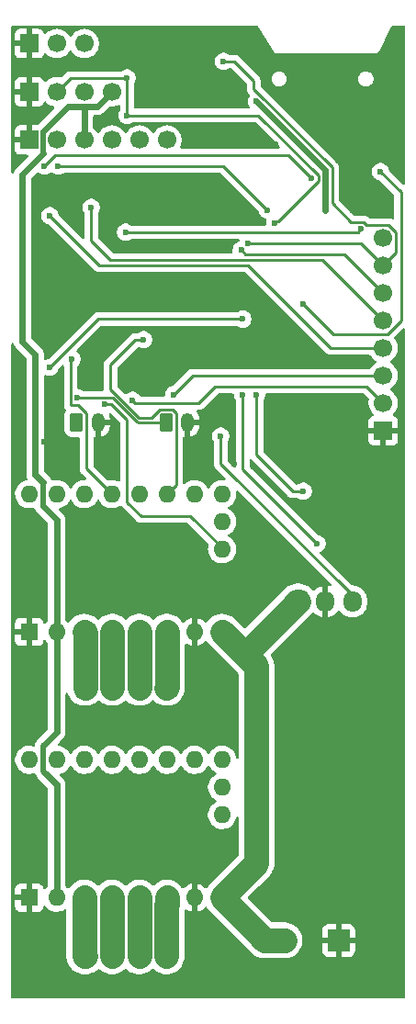
<source format=gbl>
G04 #@! TF.GenerationSoftware,KiCad,Pcbnew,9.0.5*
G04 #@! TF.CreationDate,2025-10-27T18:10:04+01:00*
G04 #@! TF.ProjectId,Laser_Electronics,4c617365-725f-4456-9c65-6374726f6e69,2*
G04 #@! TF.SameCoordinates,Original*
G04 #@! TF.FileFunction,Copper,L2,Bot*
G04 #@! TF.FilePolarity,Positive*
%FSLAX46Y46*%
G04 Gerber Fmt 4.6, Leading zero omitted, Abs format (unit mm)*
G04 Created by KiCad (PCBNEW 9.0.5) date 2025-10-27 18:10:04*
%MOMM*%
%LPD*%
G01*
G04 APERTURE LIST*
G04 Aperture macros list*
%AMRoundRect*
0 Rectangle with rounded corners*
0 $1 Rounding radius*
0 $2 $3 $4 $5 $6 $7 $8 $9 X,Y pos of 4 corners*
0 Add a 4 corners polygon primitive as box body*
4,1,4,$2,$3,$4,$5,$6,$7,$8,$9,$2,$3,0*
0 Add four circle primitives for the rounded corners*
1,1,$1+$1,$2,$3*
1,1,$1+$1,$4,$5*
1,1,$1+$1,$6,$7*
1,1,$1+$1,$8,$9*
0 Add four rect primitives between the rounded corners*
20,1,$1+$1,$2,$3,$4,$5,0*
20,1,$1+$1,$4,$5,$6,$7,0*
20,1,$1+$1,$6,$7,$8,$9,0*
20,1,$1+$1,$8,$9,$2,$3,0*%
G04 Aperture macros list end*
G04 #@! TA.AperFunction,ComponentPad*
%ADD10RoundRect,0.250000X-0.350000X-0.625000X0.350000X-0.625000X0.350000X0.625000X-0.350000X0.625000X0*%
G04 #@! TD*
G04 #@! TA.AperFunction,ComponentPad*
%ADD11O,1.200000X1.750000*%
G04 #@! TD*
G04 #@! TA.AperFunction,ComponentPad*
%ADD12R,1.700000X1.700000*%
G04 #@! TD*
G04 #@! TA.AperFunction,ComponentPad*
%ADD13C,1.700000*%
G04 #@! TD*
G04 #@! TA.AperFunction,ComponentPad*
%ADD14RoundRect,0.250000X-0.600000X-0.725000X0.600000X-0.725000X0.600000X0.725000X-0.600000X0.725000X0*%
G04 #@! TD*
G04 #@! TA.AperFunction,ComponentPad*
%ADD15O,1.700000X1.950000*%
G04 #@! TD*
G04 #@! TA.AperFunction,HeatsinkPad*
%ADD16C,0.600000*%
G04 #@! TD*
G04 #@! TA.AperFunction,ComponentPad*
%ADD17C,5.600000*%
G04 #@! TD*
G04 #@! TA.AperFunction,ComponentPad*
%ADD18R,1.600000X1.600000*%
G04 #@! TD*
G04 #@! TA.AperFunction,ComponentPad*
%ADD19O,1.600000X1.600000*%
G04 #@! TD*
G04 #@! TA.AperFunction,ComponentPad*
%ADD20RoundRect,0.250001X0.799999X0.799999X-0.799999X0.799999X-0.799999X-0.799999X0.799999X-0.799999X0*%
G04 #@! TD*
G04 #@! TA.AperFunction,ComponentPad*
%ADD21C,2.100000*%
G04 #@! TD*
G04 #@! TA.AperFunction,ViaPad*
%ADD22C,0.600000*%
G04 #@! TD*
G04 #@! TA.AperFunction,Conductor*
%ADD23C,0.250000*%
G04 #@! TD*
G04 #@! TA.AperFunction,Conductor*
%ADD24C,2.300000*%
G04 #@! TD*
G04 #@! TA.AperFunction,Conductor*
%ADD25C,0.600000*%
G04 #@! TD*
G04 #@! TA.AperFunction,Conductor*
%ADD26C,0.500000*%
G04 #@! TD*
G04 APERTURE END LIST*
D10*
X118015000Y-92710000D03*
D11*
X120015000Y-92710000D03*
D12*
X113665000Y-57785000D03*
D13*
X116205000Y-57785000D03*
X118745000Y-57785000D03*
D10*
X126270000Y-92710000D03*
D11*
X128270000Y-92710000D03*
D12*
X113665000Y-62230000D03*
D13*
X116205000Y-62230000D03*
X118745000Y-62230000D03*
X121285000Y-62230000D03*
D12*
X113665000Y-66675000D03*
D13*
X116205000Y-66675000D03*
X118745000Y-66675000D03*
X121285000Y-66675000D03*
X123825000Y-66675000D03*
X126365000Y-66675000D03*
D14*
X138470000Y-109220000D03*
D15*
X140970000Y-109220000D03*
X143470000Y-109220000D03*
D16*
X119612500Y-82215000D03*
X121137500Y-82215000D03*
X118850000Y-81452500D03*
X120375000Y-81452500D03*
X121900000Y-81452500D03*
X119612500Y-80690000D03*
X121137500Y-80690000D03*
X118850000Y-79927500D03*
X120375000Y-79927500D03*
X121900000Y-79927500D03*
X119612500Y-79165000D03*
X121137500Y-79165000D03*
D17*
X139700000Y-93980000D03*
D18*
X113665000Y-136525000D03*
D19*
X116205000Y-136525000D03*
X118745000Y-136525000D03*
X121285000Y-136525000D03*
X123825000Y-136525000D03*
X126365000Y-136525000D03*
X128905000Y-136525000D03*
X131445000Y-136525000D03*
X131445000Y-123825000D03*
X128905000Y-123825000D03*
X126365000Y-123825000D03*
X123825000Y-123825000D03*
X121285000Y-123825000D03*
X118745000Y-123825000D03*
X116205000Y-123825000D03*
X113665000Y-123825000D03*
X131445000Y-126365000D03*
X131445000Y-128905000D03*
D12*
X146304000Y-93472000D03*
D13*
X146304000Y-90932000D03*
X146304000Y-88392000D03*
X146304000Y-85852000D03*
X146304000Y-83312000D03*
X146304000Y-80772000D03*
X146304000Y-78232000D03*
X146304000Y-75692000D03*
D18*
X113665000Y-112014000D03*
D19*
X116205000Y-112014000D03*
X118745000Y-112014000D03*
X121285000Y-112014000D03*
X123825000Y-112014000D03*
X126365000Y-112014000D03*
X128905000Y-112014000D03*
X131445000Y-112014000D03*
X131445000Y-99314000D03*
X128905000Y-99314000D03*
X126365000Y-99314000D03*
X123825000Y-99314000D03*
X121285000Y-99314000D03*
X118745000Y-99314000D03*
X116205000Y-99314000D03*
X113665000Y-99314000D03*
X131445000Y-101854000D03*
X131445000Y-104394000D03*
D14*
X118805000Y-117175000D03*
D15*
X121305000Y-117175000D03*
X123805000Y-117175000D03*
X126305000Y-117175000D03*
D14*
X118805000Y-141940000D03*
D15*
X121305000Y-141940000D03*
X123805000Y-141940000D03*
X126305000Y-141940000D03*
D20*
X142200000Y-140467500D03*
D21*
X137200000Y-140467500D03*
D22*
X141478000Y-87122000D03*
X144526000Y-87122000D03*
X117602000Y-128778000D03*
X123952000Y-126746000D03*
X129540000Y-128778000D03*
X128016000Y-102616000D03*
X134620000Y-109728000D03*
X121412000Y-109474000D03*
X125730000Y-105156000D03*
X142240000Y-103886000D03*
X137922000Y-100076000D03*
X132588000Y-96520000D03*
X134366000Y-96774000D03*
X134620000Y-90170000D03*
X133350000Y-90170000D03*
X140208000Y-103886000D03*
X124206000Y-85090000D03*
X113665000Y-140335000D03*
X143256000Y-67310000D03*
X139065000Y-121285000D03*
X137795000Y-106045000D03*
X147574000Y-68834000D03*
X139065000Y-114300000D03*
X114300000Y-102235000D03*
X129286000Y-81788000D03*
X120650000Y-75565000D03*
X133858000Y-65278000D03*
X116840000Y-59690000D03*
X144780000Y-73152000D03*
X147320000Y-109220000D03*
X134620000Y-102870000D03*
X146685000Y-133985000D03*
X117475000Y-100965000D03*
X119888000Y-64770000D03*
X146050000Y-61468000D03*
X118110000Y-95250000D03*
X131963000Y-92202000D03*
X114935000Y-77470000D03*
X115062000Y-94488000D03*
X135382000Y-60198000D03*
X129032000Y-74168000D03*
X141986000Y-64008000D03*
X146685000Y-121285000D03*
X130810000Y-121285000D03*
X128524000Y-57404000D03*
X120015000Y-104775000D03*
X133096000Y-61976000D03*
X131963000Y-90424000D03*
X114935000Y-83820000D03*
X140716000Y-60198000D03*
X134620000Y-107315000D03*
X143523000Y-73152000D03*
X133604000Y-72898000D03*
X127508000Y-79756000D03*
X146685000Y-144145000D03*
X139065000Y-130175000D03*
X147066000Y-73660000D03*
X142875000Y-101600000D03*
X120650000Y-73660000D03*
X144272000Y-98044000D03*
X113665000Y-64770000D03*
X127508000Y-74168000D03*
X146685000Y-140335000D03*
X130810000Y-117475000D03*
X131445000Y-144145000D03*
X136398000Y-67056000D03*
X132080000Y-65786000D03*
X136144000Y-92710000D03*
X126492000Y-63246000D03*
X113665000Y-144145000D03*
X142748000Y-90424000D03*
X116078000Y-97282000D03*
X114935000Y-80645000D03*
X121158000Y-97028000D03*
X131445000Y-107315000D03*
X127000000Y-121285000D03*
X133858000Y-67056000D03*
X133350000Y-57658000D03*
X147574000Y-57912000D03*
X136144000Y-94996000D03*
X118745000Y-133985000D03*
X128905000Y-114300000D03*
X113665000Y-60325000D03*
X121920000Y-102235000D03*
X116332000Y-93218000D03*
X147320000Y-117475000D03*
X123825000Y-133985000D03*
X113665000Y-106680000D03*
X128016000Y-76454000D03*
X143510000Y-112395000D03*
X139065000Y-118745000D03*
X137922000Y-64008000D03*
X131445000Y-140335000D03*
X129286000Y-79756000D03*
X121412000Y-92710000D03*
X125730000Y-108712000D03*
X116840000Y-81915000D03*
X113665000Y-130810000D03*
X116840000Y-79375000D03*
X128905000Y-133985000D03*
X127508000Y-82042000D03*
X113665000Y-128270000D03*
X117475000Y-73660000D03*
X129540000Y-72898000D03*
X147574000Y-64008000D03*
X131064000Y-71120000D03*
X139065000Y-133985000D03*
X140970000Y-72898000D03*
X134620000Y-63119000D03*
X114220000Y-86430000D03*
X115062000Y-69088000D03*
X139700000Y-70185855D03*
X117602000Y-86868000D03*
X120655000Y-90999000D03*
X131318000Y-93980000D03*
X123190000Y-90678000D03*
X126990558Y-90160558D03*
X119380000Y-72898000D03*
X115570000Y-73660000D03*
X133223000Y-76835000D03*
X118110000Y-90424000D03*
X122550000Y-75184000D03*
X144272000Y-74892000D03*
X115570000Y-87630000D03*
X133350000Y-83185000D03*
X131572000Y-59436000D03*
X133858000Y-76200000D03*
X138931808Y-81781808D03*
X146050000Y-69596000D03*
X116332000Y-69088000D03*
X135636000Y-73152000D03*
X122682000Y-60960000D03*
X122682000Y-64399000D03*
X136288233Y-74339376D03*
X138938000Y-99060000D03*
D23*
X141478000Y-85852000D02*
X133858000Y-78232000D01*
X133858000Y-78232000D02*
X120142000Y-78232000D01*
X146304000Y-85852000D02*
X141478000Y-85852000D01*
X120142000Y-78232000D02*
X115570000Y-73660000D01*
X131445000Y-104267000D02*
X131445000Y-104394000D01*
X123976595Y-101346000D02*
X128524000Y-101346000D01*
X128524000Y-101346000D02*
X131445000Y-104267000D01*
X122682000Y-92456000D02*
X122682000Y-100051405D01*
X121225000Y-90999000D02*
X122682000Y-92456000D01*
X120655000Y-90999000D02*
X121225000Y-90999000D01*
X122682000Y-100051405D02*
X123976595Y-101346000D01*
X134620000Y-90170000D02*
X134620000Y-95705412D01*
X134620000Y-95705412D02*
X137974588Y-99060000D01*
X137974588Y-99060000D02*
X138938000Y-99060000D01*
X140326000Y-69926557D02*
X134798443Y-64399000D01*
X136603153Y-74168000D02*
X140326000Y-70445153D01*
X136459609Y-74168000D02*
X136603153Y-74168000D01*
X140326000Y-70445153D02*
X140326000Y-69926557D01*
X136288233Y-74339376D02*
X136459609Y-74168000D01*
X134798443Y-64399000D02*
X122682000Y-64399000D01*
X133350000Y-97028000D02*
X133350000Y-90170000D01*
X133418000Y-97096000D02*
X133350000Y-97028000D01*
X134112000Y-97790000D02*
X133418000Y-97096000D01*
X120015000Y-83185000D02*
X115570000Y-87630000D01*
X133350000Y-83185000D02*
X120015000Y-83185000D01*
X140208000Y-103886000D02*
X134112000Y-97790000D01*
X123444000Y-85090000D02*
X124206000Y-85090000D01*
X126865514Y-91509000D02*
X125674486Y-91509000D01*
X125674486Y-91509000D02*
X124924486Y-92259000D01*
X121158000Y-87376000D02*
X123444000Y-85090000D01*
X127196000Y-98483000D02*
X127196000Y-91839486D01*
X127196000Y-91839486D02*
X126865514Y-91509000D01*
X126365000Y-99314000D02*
X127196000Y-98483000D01*
X124924486Y-92259000D02*
X123755000Y-92259000D01*
X123755000Y-92259000D02*
X121158000Y-89662000D01*
X121158000Y-89662000D02*
X121158000Y-87376000D01*
D24*
X137200000Y-140467500D02*
X135387500Y-140467500D01*
X138470000Y-109220000D02*
X138430000Y-109220000D01*
X135387500Y-140467500D02*
X131445000Y-136525000D01*
X131445000Y-136525000D02*
X134620000Y-133350000D01*
X134620000Y-133350000D02*
X134620000Y-120015000D01*
X134620000Y-115189000D02*
X133540500Y-114109500D01*
X138430000Y-109220000D02*
X133540500Y-114109500D01*
X134620000Y-120015000D02*
X134620000Y-115189000D01*
X133540500Y-114109500D02*
X131445000Y-112014000D01*
X123825000Y-141922000D02*
X123807000Y-141940000D01*
X123825000Y-136525000D02*
X123825000Y-141922000D01*
D25*
X134620000Y-63119000D02*
X140970000Y-69469000D01*
D23*
X114950000Y-67552702D02*
X114960000Y-67562702D01*
D25*
X116205000Y-126111000D02*
X115062000Y-124968000D01*
X121285000Y-62230000D02*
X119934000Y-63581000D01*
X118872000Y-63581000D02*
X117267000Y-63581000D01*
D26*
X114960000Y-67562702D02*
X114960000Y-67940000D01*
D25*
X140970000Y-69469000D02*
X140970000Y-72898000D01*
D26*
X114940000Y-98250000D02*
X114940000Y-100450000D01*
D25*
X113030000Y-85250000D02*
X113180000Y-85400000D01*
X140970000Y-72898000D02*
X140970000Y-73152000D01*
X114210000Y-86430000D02*
X114220000Y-86430000D01*
X114960000Y-67940000D02*
X113030000Y-69870000D01*
X116205000Y-101715000D02*
X114940000Y-100450000D01*
X113030000Y-69870000D02*
X113030000Y-85250000D01*
X116205000Y-112014000D02*
X116205000Y-121285000D01*
X117267000Y-63581000D02*
X115062000Y-65786000D01*
D23*
X115062000Y-65786000D02*
X114950000Y-65898000D01*
D25*
X119934000Y-63581000D02*
X118872000Y-63581000D01*
X114220000Y-97530000D02*
X114940000Y-98250000D01*
X118745000Y-66675000D02*
X118745000Y-63708000D01*
D26*
X114935000Y-122555000D02*
X115062000Y-122428000D01*
D25*
X118745000Y-63708000D02*
X118872000Y-63581000D01*
D26*
X115062000Y-124968000D02*
X114935000Y-124841000D01*
D25*
X116205000Y-136525000D02*
X116205000Y-126111000D01*
D26*
X114950000Y-65898000D02*
X114950000Y-67552702D01*
D25*
X116205000Y-121285000D02*
X115062000Y-122428000D01*
X116205000Y-112014000D02*
X116205000Y-101715000D01*
D26*
X114935000Y-124841000D02*
X114935000Y-122555000D01*
D25*
X113180000Y-85400000D02*
X114210000Y-86430000D01*
X114220000Y-86430000D02*
X114220000Y-97530000D01*
D24*
X126326000Y-137199000D02*
X126326000Y-141940000D01*
X126365000Y-136525000D02*
X126365000Y-137160000D01*
X126365000Y-137160000D02*
X126326000Y-137199000D01*
X118745000Y-141880000D02*
X118805000Y-141940000D01*
X118745000Y-136525000D02*
X118745000Y-141880000D01*
D23*
X115062000Y-69088000D02*
X116078000Y-68072000D01*
X116078000Y-68072000D02*
X137586145Y-68072000D01*
X137586145Y-68072000D02*
X139700000Y-70185855D01*
D24*
X121306000Y-137181000D02*
X121306000Y-141940000D01*
X121285000Y-136525000D02*
X121285000Y-137160000D01*
X121285000Y-137160000D02*
X121306000Y-137181000D01*
D23*
X117484000Y-91068000D02*
X118169514Y-91068000D01*
X117484000Y-86986000D02*
X117484000Y-91068000D01*
X118941000Y-91839486D02*
X118941000Y-96970000D01*
X118169514Y-91068000D02*
X118941000Y-91839486D01*
X118941000Y-96970000D02*
X121285000Y-99314000D01*
X117602000Y-86868000D02*
X117484000Y-86986000D01*
D24*
X123825000Y-117155000D02*
X123805000Y-117175000D01*
X123825000Y-112014000D02*
X123825000Y-117155000D01*
X121305000Y-117175000D02*
X121305000Y-113110948D01*
X121306000Y-113109948D02*
X121306000Y-112014000D01*
X121305000Y-113110948D02*
X121306000Y-113109948D01*
X126365000Y-117136000D02*
X126326000Y-117175000D01*
X126365000Y-112014000D02*
X126365000Y-117136000D01*
X118805000Y-112074000D02*
X118745000Y-112014000D01*
X118805000Y-117175000D02*
X118805000Y-112074000D01*
D23*
X143470000Y-108672000D02*
X143470000Y-109220000D01*
X131318000Y-96520000D02*
X143470000Y-108672000D01*
X131318000Y-93980000D02*
X131318000Y-96520000D01*
X129286000Y-90932000D02*
X123444000Y-90932000D01*
X123444000Y-90932000D02*
X123190000Y-90678000D01*
X130810000Y-89408000D02*
X129286000Y-90932000D01*
X146304000Y-90932000D02*
X144780000Y-89408000D01*
X144780000Y-89408000D02*
X130810000Y-89408000D01*
X128759116Y-88392000D02*
X126990558Y-90160558D01*
X146304000Y-88392000D02*
X128759116Y-88392000D01*
X140716000Y-77724000D02*
X132588000Y-77724000D01*
X121158000Y-77724000D02*
X119380000Y-75946000D01*
X119380000Y-75946000D02*
X119380000Y-72898000D01*
X146304000Y-83312000D02*
X140716000Y-77724000D01*
X132588000Y-77724000D02*
X121158000Y-77724000D01*
X133223000Y-76835000D02*
X133604000Y-77216000D01*
X133604000Y-77216000D02*
X142748000Y-77216000D01*
X142748000Y-77216000D02*
X146304000Y-80772000D01*
X121352900Y-90424000D02*
X118110000Y-90424000D01*
X123588900Y-92660000D02*
X121352900Y-90424000D01*
X123648000Y-92660000D02*
X123588900Y-92660000D01*
X126270000Y-92710000D02*
X123698000Y-92710000D01*
X123698000Y-92710000D02*
X123648000Y-92660000D01*
X143980000Y-75184000D02*
X122550000Y-75184000D01*
X144272000Y-74892000D02*
X143980000Y-75184000D01*
X141596000Y-72508000D02*
X143354000Y-74266000D01*
X141596000Y-69209702D02*
X141596000Y-72508000D01*
X134366000Y-61214000D02*
X134366000Y-61979702D01*
X146791116Y-74516000D02*
X147480000Y-75204884D01*
X147480000Y-77056000D02*
X146304000Y-78232000D01*
X134366000Y-61979702D02*
X141596000Y-69209702D01*
X132588000Y-59436000D02*
X134366000Y-61214000D01*
X143354000Y-74266000D02*
X144531298Y-74266000D01*
X147480000Y-75204884D02*
X147480000Y-77056000D01*
X144781298Y-74516000D02*
X146791116Y-74516000D01*
X144531298Y-74266000D02*
X144781298Y-74516000D01*
X131572000Y-59436000D02*
X132588000Y-59436000D01*
X144272000Y-76200000D02*
X146304000Y-78232000D01*
X133858000Y-76200000D02*
X144272000Y-76200000D01*
X147931000Y-83348116D02*
X146697116Y-84582000D01*
X147931000Y-71477000D02*
X147931000Y-83348116D01*
X146697116Y-84582000D02*
X141732000Y-84582000D01*
X146050000Y-69596000D02*
X147931000Y-71477000D01*
X141732000Y-84582000D02*
X138931808Y-81781808D01*
X131572000Y-69088000D02*
X135636000Y-73152000D01*
X116332000Y-69088000D02*
X131572000Y-69088000D01*
X122682000Y-60960000D02*
X117475000Y-60960000D01*
X122682000Y-64399000D02*
X122682000Y-60960000D01*
X117475000Y-60960000D02*
X116205000Y-62230000D01*
G04 #@! TA.AperFunction,Conductor*
G36*
X148258834Y-84007386D02*
G01*
X148314767Y-84049258D01*
X148339184Y-84114722D01*
X148339500Y-84123568D01*
X148339500Y-145675500D01*
X148319815Y-145742539D01*
X148267011Y-145788294D01*
X148215500Y-145799500D01*
X112134500Y-145799500D01*
X112067461Y-145779815D01*
X112021706Y-145727011D01*
X112010500Y-145675500D01*
X112010500Y-85486847D01*
X112030185Y-85419808D01*
X112082989Y-85374053D01*
X112152147Y-85364109D01*
X112215703Y-85393134D01*
X112253477Y-85451912D01*
X112256117Y-85462656D01*
X112260261Y-85483489D01*
X112260264Y-85483501D01*
X112320602Y-85629172D01*
X112320609Y-85629185D01*
X112408209Y-85760287D01*
X112408210Y-85760288D01*
X112408211Y-85760289D01*
X112558211Y-85910289D01*
X113383181Y-86735259D01*
X113416666Y-86796582D01*
X113419500Y-86822940D01*
X113419500Y-97608846D01*
X113450261Y-97763489D01*
X113450264Y-97763501D01*
X113494167Y-97869493D01*
X113501636Y-97938962D01*
X113470360Y-98001441D01*
X113410271Y-98037093D01*
X113399007Y-98039418D01*
X113360462Y-98045523D01*
X113165776Y-98108781D01*
X112983386Y-98201715D01*
X112817786Y-98322028D01*
X112673028Y-98466786D01*
X112552715Y-98632386D01*
X112459781Y-98814776D01*
X112396522Y-99009465D01*
X112364500Y-99211648D01*
X112364500Y-99416352D01*
X112368116Y-99439185D01*
X112396522Y-99618534D01*
X112459781Y-99813223D01*
X112552715Y-99995613D01*
X112673028Y-100161213D01*
X112817786Y-100305971D01*
X112933398Y-100389966D01*
X112983390Y-100426287D01*
X113076080Y-100473515D01*
X113165776Y-100519218D01*
X113165778Y-100519218D01*
X113165781Y-100519220D01*
X113270137Y-100553127D01*
X113360465Y-100582477D01*
X113403613Y-100589311D01*
X113562648Y-100614500D01*
X113562649Y-100614500D01*
X113767351Y-100614500D01*
X113767352Y-100614500D01*
X113969534Y-100582477D01*
X114006490Y-100570468D01*
X114076329Y-100568472D01*
X114136162Y-100604551D01*
X114166425Y-100664205D01*
X114170262Y-100683493D01*
X114170264Y-100683501D01*
X114230602Y-100829172D01*
X114230609Y-100829185D01*
X114318210Y-100960288D01*
X114318213Y-100960292D01*
X115368181Y-102010259D01*
X115401666Y-102071582D01*
X115404500Y-102097940D01*
X115404500Y-110924966D01*
X115384815Y-110992005D01*
X115361046Y-111019244D01*
X115357784Y-111022030D01*
X115213032Y-111166782D01*
X115213026Y-111166789D01*
X115186227Y-111203675D01*
X115130897Y-111246341D01*
X115061284Y-111252319D01*
X114999489Y-111219712D01*
X114965132Y-111158873D01*
X114962620Y-111144043D01*
X114958596Y-111106620D01*
X114908354Y-110971913D01*
X114908350Y-110971906D01*
X114822190Y-110856812D01*
X114822187Y-110856809D01*
X114707093Y-110770649D01*
X114707086Y-110770645D01*
X114572379Y-110720403D01*
X114572372Y-110720401D01*
X114512844Y-110714000D01*
X113915000Y-110714000D01*
X113915000Y-111698314D01*
X113910606Y-111693920D01*
X113819394Y-111641259D01*
X113717661Y-111614000D01*
X113612339Y-111614000D01*
X113510606Y-111641259D01*
X113419394Y-111693920D01*
X113415000Y-111698314D01*
X113415000Y-110714000D01*
X112817155Y-110714000D01*
X112757627Y-110720401D01*
X112757620Y-110720403D01*
X112622913Y-110770645D01*
X112622906Y-110770649D01*
X112507812Y-110856809D01*
X112507809Y-110856812D01*
X112421649Y-110971906D01*
X112421645Y-110971913D01*
X112371403Y-111106620D01*
X112371401Y-111106627D01*
X112365000Y-111166155D01*
X112365000Y-111764000D01*
X113349314Y-111764000D01*
X113344920Y-111768394D01*
X113292259Y-111859606D01*
X113265000Y-111961339D01*
X113265000Y-112066661D01*
X113292259Y-112168394D01*
X113344920Y-112259606D01*
X113349314Y-112264000D01*
X112365000Y-112264000D01*
X112365000Y-112861844D01*
X112371401Y-112921372D01*
X112371403Y-112921379D01*
X112421645Y-113056086D01*
X112421649Y-113056093D01*
X112507809Y-113171187D01*
X112507812Y-113171190D01*
X112622906Y-113257350D01*
X112622913Y-113257354D01*
X112757620Y-113307596D01*
X112757627Y-113307598D01*
X112817155Y-113313999D01*
X112817172Y-113314000D01*
X113415000Y-113314000D01*
X113415000Y-112329686D01*
X113419394Y-112334080D01*
X113510606Y-112386741D01*
X113612339Y-112414000D01*
X113717661Y-112414000D01*
X113819394Y-112386741D01*
X113910606Y-112334080D01*
X113915000Y-112329686D01*
X113915000Y-113314000D01*
X114512828Y-113314000D01*
X114512844Y-113313999D01*
X114572372Y-113307598D01*
X114572379Y-113307596D01*
X114707086Y-113257354D01*
X114707093Y-113257350D01*
X114822187Y-113171190D01*
X114822190Y-113171187D01*
X114908350Y-113056093D01*
X114908354Y-113056086D01*
X114958596Y-112921379D01*
X114962620Y-112883956D01*
X114989358Y-112819404D01*
X115046750Y-112779556D01*
X115116575Y-112777062D01*
X115176664Y-112812714D01*
X115186228Y-112824325D01*
X115213028Y-112861212D01*
X115213032Y-112861217D01*
X115357779Y-113005964D01*
X115361038Y-113008748D01*
X115399227Y-113067258D01*
X115404500Y-113103033D01*
X115404500Y-120902059D01*
X115384815Y-120969098D01*
X115368181Y-120989740D01*
X114440213Y-121917707D01*
X114440207Y-121917715D01*
X114352607Y-122048817D01*
X114327931Y-122108388D01*
X114316478Y-122129816D01*
X114302817Y-122150264D01*
X114302813Y-122150269D01*
X114269921Y-122199496D01*
X114269914Y-122199508D01*
X114213342Y-122336086D01*
X114213340Y-122336092D01*
X114184577Y-122480689D01*
X114152191Y-122542600D01*
X114091475Y-122577174D01*
X114024642Y-122574428D01*
X113969536Y-122556523D01*
X113834746Y-122535174D01*
X113767352Y-122524500D01*
X113562648Y-122524500D01*
X113538329Y-122528351D01*
X113360465Y-122556522D01*
X113165776Y-122619781D01*
X112983386Y-122712715D01*
X112817786Y-122833028D01*
X112673028Y-122977786D01*
X112552715Y-123143386D01*
X112459781Y-123325776D01*
X112396522Y-123520465D01*
X112364500Y-123722648D01*
X112364500Y-123927351D01*
X112396522Y-124129534D01*
X112459781Y-124324223D01*
X112552715Y-124506613D01*
X112673028Y-124672213D01*
X112817786Y-124816971D01*
X112972749Y-124929556D01*
X112983390Y-124937287D01*
X113076080Y-124984515D01*
X113165776Y-125030218D01*
X113165778Y-125030218D01*
X113165781Y-125030220D01*
X113257167Y-125059913D01*
X113360465Y-125093477D01*
X113377664Y-125096201D01*
X113562648Y-125125500D01*
X113562649Y-125125500D01*
X113767351Y-125125500D01*
X113767352Y-125125500D01*
X113969534Y-125093477D01*
X114087661Y-125055094D01*
X114121209Y-125054136D01*
X114154718Y-125052403D01*
X114156011Y-125053142D01*
X114157500Y-125053100D01*
X114186221Y-125070419D01*
X114215370Y-125087089D01*
X114216349Y-125088587D01*
X114217333Y-125089180D01*
X114235960Y-125115755D01*
X114238465Y-125120566D01*
X114269916Y-125196495D01*
X114302813Y-125245729D01*
X114306565Y-125251345D01*
X114306568Y-125251350D01*
X114316476Y-125266178D01*
X114327933Y-125287614D01*
X114352604Y-125347175D01*
X114352609Y-125347185D01*
X114440210Y-125478288D01*
X114440213Y-125478292D01*
X115368181Y-126406259D01*
X115401666Y-126467582D01*
X115404500Y-126493940D01*
X115404500Y-135435966D01*
X115384815Y-135503005D01*
X115361046Y-135530244D01*
X115357784Y-135533030D01*
X115213032Y-135677782D01*
X115213026Y-135677789D01*
X115186227Y-135714675D01*
X115130897Y-135757341D01*
X115061284Y-135763319D01*
X114999489Y-135730712D01*
X114965132Y-135669873D01*
X114962620Y-135655043D01*
X114958596Y-135617620D01*
X114908354Y-135482913D01*
X114908350Y-135482906D01*
X114822190Y-135367812D01*
X114822187Y-135367809D01*
X114707093Y-135281649D01*
X114707086Y-135281645D01*
X114572379Y-135231403D01*
X114572372Y-135231401D01*
X114512844Y-135225000D01*
X113915000Y-135225000D01*
X113915000Y-136209314D01*
X113910606Y-136204920D01*
X113819394Y-136152259D01*
X113717661Y-136125000D01*
X113612339Y-136125000D01*
X113510606Y-136152259D01*
X113419394Y-136204920D01*
X113415000Y-136209314D01*
X113415000Y-135225000D01*
X112817155Y-135225000D01*
X112757627Y-135231401D01*
X112757620Y-135231403D01*
X112622913Y-135281645D01*
X112622906Y-135281649D01*
X112507812Y-135367809D01*
X112507809Y-135367812D01*
X112421649Y-135482906D01*
X112421645Y-135482913D01*
X112371403Y-135617620D01*
X112371401Y-135617627D01*
X112365000Y-135677155D01*
X112365000Y-136275000D01*
X113349314Y-136275000D01*
X113344920Y-136279394D01*
X113292259Y-136370606D01*
X113265000Y-136472339D01*
X113265000Y-136577661D01*
X113292259Y-136679394D01*
X113344920Y-136770606D01*
X113349314Y-136775000D01*
X112365000Y-136775000D01*
X112365000Y-137372844D01*
X112371401Y-137432372D01*
X112371403Y-137432379D01*
X112421645Y-137567086D01*
X112421649Y-137567093D01*
X112507809Y-137682187D01*
X112507812Y-137682190D01*
X112622906Y-137768350D01*
X112622913Y-137768354D01*
X112757620Y-137818596D01*
X112757627Y-137818598D01*
X112817155Y-137824999D01*
X112817172Y-137825000D01*
X113415000Y-137825000D01*
X113415000Y-136840686D01*
X113419394Y-136845080D01*
X113510606Y-136897741D01*
X113612339Y-136925000D01*
X113717661Y-136925000D01*
X113819394Y-136897741D01*
X113910606Y-136845080D01*
X113915000Y-136840686D01*
X113915000Y-137825000D01*
X114512828Y-137825000D01*
X114512844Y-137824999D01*
X114572372Y-137818598D01*
X114572379Y-137818596D01*
X114707086Y-137768354D01*
X114707093Y-137768350D01*
X114822187Y-137682190D01*
X114822190Y-137682187D01*
X114908350Y-137567093D01*
X114908354Y-137567086D01*
X114958596Y-137432379D01*
X114962620Y-137394956D01*
X114989358Y-137330404D01*
X115046750Y-137290556D01*
X115116575Y-137288062D01*
X115176664Y-137323714D01*
X115186228Y-137335325D01*
X115213028Y-137372212D01*
X115213032Y-137372217D01*
X115357786Y-137516971D01*
X115472385Y-137600230D01*
X115523390Y-137637287D01*
X115611517Y-137682190D01*
X115705776Y-137730218D01*
X115705778Y-137730218D01*
X115705781Y-137730220D01*
X115810137Y-137764127D01*
X115900465Y-137793477D01*
X116001557Y-137809488D01*
X116102648Y-137825500D01*
X116102649Y-137825500D01*
X116307351Y-137825500D01*
X116307352Y-137825500D01*
X116509534Y-137793477D01*
X116704219Y-137730220D01*
X116886610Y-137637287D01*
X116897614Y-137629291D01*
X116963420Y-137605812D01*
X117031474Y-137621637D01*
X117080169Y-137671743D01*
X117094500Y-137729610D01*
X117094500Y-142009902D01*
X117135139Y-142266490D01*
X117172425Y-142381244D01*
X117215419Y-142513570D01*
X117215420Y-142513573D01*
X117333365Y-142745051D01*
X117486069Y-142955229D01*
X117486071Y-142955231D01*
X117518002Y-142987162D01*
X117535860Y-143009746D01*
X117612288Y-143133656D01*
X117736344Y-143257712D01*
X117885666Y-143349814D01*
X118001639Y-143388243D01*
X118021772Y-143394915D01*
X118039063Y-143402136D01*
X118171430Y-143469580D01*
X118294968Y-143509719D01*
X118418508Y-143549860D01*
X118537350Y-143568682D01*
X118675098Y-143590500D01*
X118675103Y-143590500D01*
X118934902Y-143590500D01*
X119059293Y-143570797D01*
X119191493Y-143549860D01*
X119438573Y-143469579D01*
X119570938Y-143402134D01*
X119588224Y-143394916D01*
X119724334Y-143349814D01*
X119873656Y-143257712D01*
X119993923Y-143137445D01*
X120055246Y-143103960D01*
X120124938Y-143108944D01*
X120169285Y-143137445D01*
X120230771Y-143198931D01*
X120440949Y-143351634D01*
X120588445Y-143426787D01*
X120672423Y-143469577D01*
X120672425Y-143469577D01*
X120672428Y-143469579D01*
X120919507Y-143549860D01*
X121051706Y-143570797D01*
X121176098Y-143590500D01*
X121176103Y-143590500D01*
X121435902Y-143590500D01*
X121549298Y-143572539D01*
X121692493Y-143549860D01*
X121939572Y-143469579D01*
X122171051Y-143351634D01*
X122381229Y-143198931D01*
X122468819Y-143111341D01*
X122530142Y-143077856D01*
X122599834Y-143082840D01*
X122644181Y-143111341D01*
X122731771Y-143198931D01*
X122941949Y-143351635D01*
X123026891Y-143394915D01*
X123173426Y-143469579D01*
X123173429Y-143469580D01*
X123296967Y-143509719D01*
X123420507Y-143549859D01*
X123677103Y-143590500D01*
X123677104Y-143590500D01*
X123936896Y-143590500D01*
X123936897Y-143590500D01*
X124193493Y-143549859D01*
X124440573Y-143469579D01*
X124672051Y-143351635D01*
X124882229Y-143198931D01*
X124978820Y-143102339D01*
X125040140Y-143068855D01*
X125109831Y-143073839D01*
X125154180Y-143102340D01*
X125250771Y-143198931D01*
X125460949Y-143351634D01*
X125608445Y-143426787D01*
X125692423Y-143469577D01*
X125692425Y-143469577D01*
X125692428Y-143469579D01*
X125939507Y-143549860D01*
X126071706Y-143570797D01*
X126196098Y-143590500D01*
X126196103Y-143590500D01*
X126455902Y-143590500D01*
X126569298Y-143572539D01*
X126712493Y-143549860D01*
X126959572Y-143469579D01*
X127191051Y-143351634D01*
X127401229Y-143198931D01*
X127584931Y-143015229D01*
X127737634Y-142805051D01*
X127855579Y-142573572D01*
X127935860Y-142326493D01*
X127958539Y-142183298D01*
X127976500Y-142069902D01*
X127976500Y-137700658D01*
X127996185Y-137633619D01*
X128048989Y-137587864D01*
X128118147Y-137577920D01*
X128173386Y-137600340D01*
X128223650Y-137636859D01*
X128405968Y-137729754D01*
X128600578Y-137792988D01*
X128655000Y-137801607D01*
X128655000Y-136840686D01*
X128659394Y-136845080D01*
X128750606Y-136897741D01*
X128852339Y-136925000D01*
X128957661Y-136925000D01*
X129059394Y-136897741D01*
X129150606Y-136845080D01*
X129155000Y-136840686D01*
X129155000Y-137801606D01*
X129209421Y-137792988D01*
X129404031Y-137729754D01*
X129586349Y-137636859D01*
X129751891Y-137516585D01*
X129865503Y-137402973D01*
X129926826Y-137369488D01*
X129996518Y-137374472D01*
X130052452Y-137416343D01*
X130053481Y-137417738D01*
X130186069Y-137600229D01*
X134312271Y-141726431D01*
X134522449Y-141879135D01*
X134753927Y-141997079D01*
X134814518Y-142016765D01*
X134814519Y-142016766D01*
X134876682Y-142036964D01*
X135001007Y-142077360D01*
X135074320Y-142088971D01*
X135257598Y-142118000D01*
X135257603Y-142118000D01*
X137329902Y-142118000D01*
X137443298Y-142100039D01*
X137586493Y-142077360D01*
X137833572Y-141997079D01*
X138065051Y-141879134D01*
X138275229Y-141726431D01*
X138458931Y-141542729D01*
X138611634Y-141332551D01*
X138729579Y-141101072D01*
X138809860Y-140853993D01*
X138817587Y-140805208D01*
X138842686Y-140646740D01*
X138842686Y-140646739D01*
X138850500Y-140597403D01*
X138850500Y-140337597D01*
X138828947Y-140201521D01*
X138809860Y-140081007D01*
X138729579Y-139833928D01*
X138729577Y-139833925D01*
X138729577Y-139833923D01*
X138646389Y-139670660D01*
X138619310Y-139617514D01*
X140650000Y-139617514D01*
X140650000Y-140217500D01*
X141709252Y-140217500D01*
X141687482Y-140255208D01*
X141650000Y-140395091D01*
X141650000Y-140539909D01*
X141687482Y-140679792D01*
X141709252Y-140717500D01*
X140650000Y-140717500D01*
X140650000Y-141317485D01*
X140660493Y-141420189D01*
X140660494Y-141420196D01*
X140715641Y-141586618D01*
X140715643Y-141586623D01*
X140807684Y-141735844D01*
X140931655Y-141859815D01*
X141080876Y-141951856D01*
X141080881Y-141951858D01*
X141247303Y-142007005D01*
X141247310Y-142007006D01*
X141350014Y-142017499D01*
X141350027Y-142017500D01*
X141950000Y-142017500D01*
X141950000Y-140958247D01*
X141987708Y-140980018D01*
X142127591Y-141017500D01*
X142272409Y-141017500D01*
X142412292Y-140980018D01*
X142450000Y-140958247D01*
X142450000Y-142017500D01*
X143049973Y-142017500D01*
X143049985Y-142017499D01*
X143152689Y-142007006D01*
X143152696Y-142007005D01*
X143319118Y-141951858D01*
X143319123Y-141951856D01*
X143468344Y-141859815D01*
X143592315Y-141735844D01*
X143684356Y-141586623D01*
X143684358Y-141586618D01*
X143739505Y-141420196D01*
X143739506Y-141420189D01*
X143749999Y-141317485D01*
X143750000Y-141317472D01*
X143750000Y-140717500D01*
X142690748Y-140717500D01*
X142712518Y-140679792D01*
X142750000Y-140539909D01*
X142750000Y-140395091D01*
X142712518Y-140255208D01*
X142690748Y-140217500D01*
X143750000Y-140217500D01*
X143750000Y-139617527D01*
X143749999Y-139617514D01*
X143739506Y-139514810D01*
X143739505Y-139514803D01*
X143684358Y-139348381D01*
X143684356Y-139348376D01*
X143592315Y-139199155D01*
X143468344Y-139075184D01*
X143319123Y-138983143D01*
X143319118Y-138983141D01*
X143152696Y-138927994D01*
X143152689Y-138927993D01*
X143049985Y-138917500D01*
X142450000Y-138917500D01*
X142450000Y-139976752D01*
X142412292Y-139954982D01*
X142272409Y-139917500D01*
X142127591Y-139917500D01*
X141987708Y-139954982D01*
X141950000Y-139976752D01*
X141950000Y-138917500D01*
X141350014Y-138917500D01*
X141247310Y-138927993D01*
X141247303Y-138927994D01*
X141080881Y-138983141D01*
X141080876Y-138983143D01*
X140931655Y-139075184D01*
X140807684Y-139199155D01*
X140715643Y-139348376D01*
X140715641Y-139348381D01*
X140660494Y-139514803D01*
X140660493Y-139514810D01*
X140650000Y-139617514D01*
X138619310Y-139617514D01*
X138611634Y-139602449D01*
X138458931Y-139392271D01*
X138275229Y-139208569D01*
X138065051Y-139055866D01*
X137992764Y-139019034D01*
X137833576Y-138937922D01*
X137586493Y-138857640D01*
X137329902Y-138817000D01*
X137329897Y-138817000D01*
X136122522Y-138817000D01*
X136055483Y-138797315D01*
X136034841Y-138780681D01*
X133866841Y-136612681D01*
X133833356Y-136551358D01*
X133838340Y-136481666D01*
X133866841Y-136437319D01*
X134868194Y-135435966D01*
X135878931Y-134425229D01*
X136031635Y-134215051D01*
X136149579Y-133983573D01*
X136169266Y-133922979D01*
X136229860Y-133736493D01*
X136252027Y-133596531D01*
X136270500Y-133479902D01*
X136270500Y-115324032D01*
X136270501Y-115324007D01*
X136270501Y-115059103D01*
X136229860Y-114802511D01*
X136229860Y-114802510D01*
X136229860Y-114802508D01*
X136210548Y-114743073D01*
X136149579Y-114555428D01*
X136149579Y-114555427D01*
X136058292Y-114376268D01*
X136055037Y-114369879D01*
X136031635Y-114323949D01*
X135936074Y-114192423D01*
X135934640Y-114190265D01*
X135925016Y-114159274D01*
X135914106Y-114128697D01*
X135914711Y-114126091D01*
X135913919Y-114123539D01*
X135922578Y-114092263D01*
X135929931Y-114060643D01*
X135932136Y-114057740D01*
X135932562Y-114056203D01*
X135934877Y-114054133D01*
X135950219Y-114033940D01*
X139316226Y-110667932D01*
X139364901Y-110637909D01*
X139389334Y-110629814D01*
X139538656Y-110537712D01*
X139662712Y-110413656D01*
X139754814Y-110264334D01*
X139754814Y-110264331D01*
X139758448Y-110258441D01*
X139810395Y-110211716D01*
X139879358Y-110200493D01*
X139943440Y-110228336D01*
X139951668Y-110235856D01*
X140090535Y-110374723D01*
X140090540Y-110374727D01*
X140262442Y-110499620D01*
X140451782Y-110596095D01*
X140653871Y-110661757D01*
X140720000Y-110672231D01*
X140720000Y-109624145D01*
X140786657Y-109662630D01*
X140907465Y-109695000D01*
X141032535Y-109695000D01*
X141153343Y-109662630D01*
X141220000Y-109624145D01*
X141220000Y-110672230D01*
X141286126Y-110661757D01*
X141286129Y-110661757D01*
X141488217Y-110596095D01*
X141677557Y-110499620D01*
X141849459Y-110374727D01*
X141849464Y-110374723D01*
X141999721Y-110224466D01*
X142119371Y-110059781D01*
X142174701Y-110017115D01*
X142244314Y-110011136D01*
X142306110Y-110043741D01*
X142320008Y-110059781D01*
X142439890Y-110224785D01*
X142439894Y-110224790D01*
X142590213Y-110375109D01*
X142762179Y-110500048D01*
X142762181Y-110500049D01*
X142762184Y-110500051D01*
X142951588Y-110596557D01*
X143153757Y-110662246D01*
X143363713Y-110695500D01*
X143363714Y-110695500D01*
X143576286Y-110695500D01*
X143576287Y-110695500D01*
X143786243Y-110662246D01*
X143988412Y-110596557D01*
X144177816Y-110500051D01*
X144199789Y-110484086D01*
X144349786Y-110375109D01*
X144349788Y-110375106D01*
X144349792Y-110375104D01*
X144500104Y-110224792D01*
X144500106Y-110224788D01*
X144500109Y-110224786D01*
X144625048Y-110052820D01*
X144625047Y-110052820D01*
X144625051Y-110052816D01*
X144721557Y-109863412D01*
X144787246Y-109661243D01*
X144820500Y-109451287D01*
X144820500Y-108988713D01*
X144787246Y-108778757D01*
X144721557Y-108576588D01*
X144625051Y-108387184D01*
X144625049Y-108387181D01*
X144625048Y-108387179D01*
X144500109Y-108215213D01*
X144349786Y-108064890D01*
X144177820Y-107939951D01*
X143988414Y-107843444D01*
X143988413Y-107843443D01*
X143988412Y-107843443D01*
X143786243Y-107777754D01*
X143786241Y-107777753D01*
X143786240Y-107777753D01*
X143624957Y-107752208D01*
X143576287Y-107744500D01*
X143576286Y-107744500D01*
X143478452Y-107744500D01*
X143411413Y-107724815D01*
X143390771Y-107708181D01*
X140499769Y-104817179D01*
X140466284Y-104755856D01*
X140471268Y-104686164D01*
X140513140Y-104630231D01*
X140539992Y-104614939D01*
X140587179Y-104595394D01*
X140718289Y-104507789D01*
X140829789Y-104396289D01*
X140917394Y-104265179D01*
X140977737Y-104119497D01*
X141008500Y-103964842D01*
X141008500Y-103807158D01*
X141008500Y-103807155D01*
X141008499Y-103807153D01*
X140989649Y-103712390D01*
X140977737Y-103652503D01*
X140933946Y-103546781D01*
X140917397Y-103506827D01*
X140917390Y-103506814D01*
X140829789Y-103375711D01*
X140829786Y-103375707D01*
X140718292Y-103264213D01*
X140718288Y-103264210D01*
X140587185Y-103176609D01*
X140587172Y-103176602D01*
X140441501Y-103116264D01*
X140441489Y-103116261D01*
X140330285Y-103094141D01*
X140268374Y-103061756D01*
X140266795Y-103060205D01*
X134011819Y-96805229D01*
X133978334Y-96743906D01*
X133975500Y-96717548D01*
X133975500Y-96244866D01*
X133981737Y-96223622D01*
X133983317Y-96201535D01*
X133991390Y-96190749D01*
X133995185Y-96177827D01*
X134011916Y-96163329D01*
X134025187Y-96145601D01*
X134037809Y-96140892D01*
X134047989Y-96132072D01*
X134069904Y-96128920D01*
X134090651Y-96121182D01*
X134103814Y-96124045D01*
X134117147Y-96122128D01*
X134137287Y-96131325D01*
X134158924Y-96136032D01*
X134176651Y-96149302D01*
X134180703Y-96151153D01*
X134187179Y-96157182D01*
X134221267Y-96191270D01*
X134221270Y-96191272D01*
X134225607Y-96195609D01*
X137485604Y-99455606D01*
X137485633Y-99455637D01*
X137575852Y-99545856D01*
X137575855Y-99545858D01*
X137652778Y-99597256D01*
X137678303Y-99614312D01*
X137731786Y-99636465D01*
X137792136Y-99661463D01*
X137852559Y-99673481D01*
X137912981Y-99685500D01*
X137912982Y-99685500D01*
X138395650Y-99685500D01*
X138462689Y-99705185D01*
X138464541Y-99706398D01*
X138558821Y-99769394D01*
X138558823Y-99769395D01*
X138558827Y-99769397D01*
X138664634Y-99813223D01*
X138704503Y-99829737D01*
X138845911Y-99857865D01*
X138859153Y-99860499D01*
X138859156Y-99860500D01*
X138859158Y-99860500D01*
X139016844Y-99860500D01*
X139016845Y-99860499D01*
X139171497Y-99829737D01*
X139317179Y-99769394D01*
X139448289Y-99681789D01*
X139559789Y-99570289D01*
X139647394Y-99439179D01*
X139707737Y-99293497D01*
X139738500Y-99138842D01*
X139738500Y-98981158D01*
X139738500Y-98981155D01*
X139738499Y-98981153D01*
X139707737Y-98826503D01*
X139702880Y-98814776D01*
X139647397Y-98680827D01*
X139647390Y-98680814D01*
X139559789Y-98549711D01*
X139559786Y-98549707D01*
X139448292Y-98438213D01*
X139448288Y-98438210D01*
X139317185Y-98350609D01*
X139317172Y-98350602D01*
X139171501Y-98290264D01*
X139171489Y-98290261D01*
X139016845Y-98259500D01*
X139016842Y-98259500D01*
X138859158Y-98259500D01*
X138859155Y-98259500D01*
X138704510Y-98290261D01*
X138704498Y-98290264D01*
X138558827Y-98350602D01*
X138558815Y-98350609D01*
X138464541Y-98413602D01*
X138446494Y-98419252D01*
X138430585Y-98429477D01*
X138399625Y-98433928D01*
X138397864Y-98434480D01*
X138395650Y-98434500D01*
X138285040Y-98434500D01*
X138218001Y-98414815D01*
X138197359Y-98398181D01*
X135281819Y-95482641D01*
X135248334Y-95421318D01*
X135245500Y-95394960D01*
X135245500Y-90712350D01*
X135265185Y-90645311D01*
X135266398Y-90643459D01*
X135295331Y-90600158D01*
X135329394Y-90549179D01*
X135389737Y-90403497D01*
X135420500Y-90248842D01*
X135420500Y-90157500D01*
X135440185Y-90090461D01*
X135492989Y-90044706D01*
X135544500Y-90033500D01*
X144469548Y-90033500D01*
X144536587Y-90053185D01*
X144557228Y-90069818D01*
X144961572Y-90474162D01*
X144995056Y-90535484D01*
X144991822Y-90600158D01*
X144986753Y-90615757D01*
X144953500Y-90825713D01*
X144953500Y-91038286D01*
X144979090Y-91199858D01*
X144986754Y-91248243D01*
X145052333Y-91450074D01*
X145052444Y-91450414D01*
X145148951Y-91639820D01*
X145273890Y-91811786D01*
X145387818Y-91925714D01*
X145421303Y-91987037D01*
X145416319Y-92056729D01*
X145374447Y-92112662D01*
X145343471Y-92129577D01*
X145211912Y-92178646D01*
X145211906Y-92178649D01*
X145096812Y-92264809D01*
X145096809Y-92264812D01*
X145010649Y-92379906D01*
X145010645Y-92379913D01*
X144960403Y-92514620D01*
X144960401Y-92514627D01*
X144954000Y-92574155D01*
X144954000Y-93222000D01*
X145870988Y-93222000D01*
X145838075Y-93279007D01*
X145804000Y-93406174D01*
X145804000Y-93537826D01*
X145838075Y-93664993D01*
X145870988Y-93722000D01*
X144954000Y-93722000D01*
X144954000Y-94369844D01*
X144960401Y-94429372D01*
X144960403Y-94429379D01*
X145010645Y-94564086D01*
X145010649Y-94564093D01*
X145096809Y-94679187D01*
X145096812Y-94679190D01*
X145211906Y-94765350D01*
X145211913Y-94765354D01*
X145346620Y-94815596D01*
X145346627Y-94815598D01*
X145406155Y-94821999D01*
X145406172Y-94822000D01*
X146054000Y-94822000D01*
X146054000Y-93905012D01*
X146111007Y-93937925D01*
X146238174Y-93972000D01*
X146369826Y-93972000D01*
X146496993Y-93937925D01*
X146554000Y-93905012D01*
X146554000Y-94822000D01*
X147201828Y-94822000D01*
X147201844Y-94821999D01*
X147261372Y-94815598D01*
X147261379Y-94815596D01*
X147396086Y-94765354D01*
X147396093Y-94765350D01*
X147511187Y-94679190D01*
X147511190Y-94679187D01*
X147597350Y-94564093D01*
X147597354Y-94564086D01*
X147647596Y-94429379D01*
X147647598Y-94429372D01*
X147653999Y-94369844D01*
X147654000Y-94369827D01*
X147654000Y-93722000D01*
X146737012Y-93722000D01*
X146769925Y-93664993D01*
X146804000Y-93537826D01*
X146804000Y-93406174D01*
X146769925Y-93279007D01*
X146737012Y-93222000D01*
X147654000Y-93222000D01*
X147654000Y-92574172D01*
X147653999Y-92574155D01*
X147647598Y-92514627D01*
X147647596Y-92514620D01*
X147597354Y-92379913D01*
X147597350Y-92379906D01*
X147511190Y-92264812D01*
X147511187Y-92264809D01*
X147396093Y-92178649D01*
X147396088Y-92178646D01*
X147264528Y-92129577D01*
X147208595Y-92087705D01*
X147184178Y-92022241D01*
X147199030Y-91953968D01*
X147220175Y-91925720D01*
X147334104Y-91811792D01*
X147459051Y-91639816D01*
X147555557Y-91450412D01*
X147621246Y-91248243D01*
X147654500Y-91038287D01*
X147654500Y-90825713D01*
X147621246Y-90615757D01*
X147555557Y-90413588D01*
X147459051Y-90224184D01*
X147459049Y-90224181D01*
X147459048Y-90224179D01*
X147334109Y-90052213D01*
X147183786Y-89901890D01*
X147011820Y-89776951D01*
X147011115Y-89776591D01*
X147003054Y-89772485D01*
X146952259Y-89724512D01*
X146935463Y-89656692D01*
X146957999Y-89590556D01*
X147003054Y-89551515D01*
X147011816Y-89547051D01*
X147068383Y-89505953D01*
X147183786Y-89422109D01*
X147183788Y-89422106D01*
X147183792Y-89422104D01*
X147334104Y-89271792D01*
X147334106Y-89271788D01*
X147334109Y-89271786D01*
X147459048Y-89099820D01*
X147459047Y-89099820D01*
X147459051Y-89099816D01*
X147555557Y-88910412D01*
X147621246Y-88708243D01*
X147654500Y-88498287D01*
X147654500Y-88285713D01*
X147621246Y-88075757D01*
X147555557Y-87873588D01*
X147459051Y-87684184D01*
X147459049Y-87684181D01*
X147459048Y-87684179D01*
X147334109Y-87512213D01*
X147183786Y-87361890D01*
X147011820Y-87236951D01*
X147011115Y-87236591D01*
X147003054Y-87232485D01*
X146952259Y-87184512D01*
X146935463Y-87116692D01*
X146957999Y-87050556D01*
X147003054Y-87011515D01*
X147011816Y-87007051D01*
X147033789Y-86991086D01*
X147183786Y-86882109D01*
X147183788Y-86882106D01*
X147183792Y-86882104D01*
X147334104Y-86731792D01*
X147334106Y-86731788D01*
X147334109Y-86731786D01*
X147459048Y-86559820D01*
X147459049Y-86559819D01*
X147459051Y-86559816D01*
X147555557Y-86370412D01*
X147621246Y-86168243D01*
X147654500Y-85958287D01*
X147654500Y-85745713D01*
X147621246Y-85535757D01*
X147555557Y-85333588D01*
X147459051Y-85144184D01*
X147362403Y-85011158D01*
X147336344Y-84975290D01*
X147312864Y-84909484D01*
X147328690Y-84841430D01*
X147348977Y-84814728D01*
X148127819Y-84035887D01*
X148189142Y-84002402D01*
X148258834Y-84007386D01*
G37*
G04 #@! TD.AperFunction*
G04 #@! TA.AperFunction,Conductor*
G36*
X130246445Y-124368865D02*
G01*
X130285485Y-124413919D01*
X130332715Y-124506614D01*
X130453028Y-124672213D01*
X130597786Y-124816971D01*
X130752749Y-124929556D01*
X130763390Y-124937287D01*
X130854840Y-124983883D01*
X130856080Y-124984515D01*
X130906876Y-125032490D01*
X130923671Y-125100311D01*
X130901134Y-125166446D01*
X130856080Y-125205485D01*
X130763386Y-125252715D01*
X130597786Y-125373028D01*
X130453028Y-125517786D01*
X130332715Y-125683386D01*
X130239781Y-125865776D01*
X130176522Y-126060465D01*
X130144500Y-126262648D01*
X130144500Y-126467352D01*
X130148711Y-126493940D01*
X130176522Y-126669534D01*
X130239781Y-126864223D01*
X130332715Y-127046613D01*
X130453028Y-127212213D01*
X130597786Y-127356971D01*
X130752749Y-127469556D01*
X130763390Y-127477287D01*
X130854840Y-127523883D01*
X130856080Y-127524515D01*
X130906876Y-127572490D01*
X130923671Y-127640311D01*
X130901134Y-127706446D01*
X130856080Y-127745485D01*
X130763386Y-127792715D01*
X130597786Y-127913028D01*
X130453028Y-128057786D01*
X130332715Y-128223386D01*
X130239781Y-128405776D01*
X130176522Y-128600465D01*
X130144500Y-128802648D01*
X130144500Y-129007351D01*
X130176522Y-129209534D01*
X130239781Y-129404223D01*
X130332715Y-129586613D01*
X130453028Y-129752213D01*
X130597786Y-129896971D01*
X130752749Y-130009556D01*
X130763390Y-130017287D01*
X130879607Y-130076503D01*
X130945776Y-130110218D01*
X130945778Y-130110218D01*
X130945781Y-130110220D01*
X131050137Y-130144127D01*
X131140465Y-130173477D01*
X131241557Y-130189488D01*
X131342648Y-130205500D01*
X131342649Y-130205500D01*
X131547351Y-130205500D01*
X131547352Y-130205500D01*
X131749534Y-130173477D01*
X131944219Y-130110220D01*
X132126610Y-130017287D01*
X132219590Y-129949732D01*
X132292213Y-129896971D01*
X132292215Y-129896968D01*
X132292219Y-129896966D01*
X132436966Y-129752219D01*
X132436968Y-129752215D01*
X132436971Y-129752213D01*
X132489732Y-129679590D01*
X132557287Y-129586610D01*
X132650220Y-129404219D01*
X132713477Y-129209534D01*
X132723027Y-129149239D01*
X132752956Y-129086104D01*
X132812268Y-129049173D01*
X132882130Y-129050171D01*
X132940363Y-129088781D01*
X132968477Y-129152745D01*
X132969500Y-129168637D01*
X132969500Y-132614978D01*
X132949815Y-132682017D01*
X132933181Y-132702659D01*
X130186071Y-135449768D01*
X130186070Y-135449769D01*
X130053503Y-135632231D01*
X129998172Y-135674896D01*
X129928559Y-135680875D01*
X129866764Y-135648269D01*
X129865504Y-135647026D01*
X129751895Y-135533417D01*
X129586349Y-135413140D01*
X129404029Y-135320244D01*
X129209413Y-135257009D01*
X129155000Y-135248390D01*
X129155000Y-136209314D01*
X129150606Y-136204920D01*
X129059394Y-136152259D01*
X128957661Y-136125000D01*
X128852339Y-136125000D01*
X128750606Y-136152259D01*
X128659394Y-136204920D01*
X128655000Y-136209314D01*
X128655000Y-135248390D01*
X128600586Y-135257009D01*
X128405970Y-135320244D01*
X128223650Y-135413140D01*
X128058108Y-135533414D01*
X127944495Y-135647027D01*
X127883172Y-135680511D01*
X127813480Y-135675527D01*
X127757547Y-135633655D01*
X127756496Y-135632231D01*
X127684703Y-135533417D01*
X127623931Y-135449771D01*
X127440229Y-135266069D01*
X127230051Y-135113366D01*
X127157764Y-135076534D01*
X126998576Y-134995422D01*
X126751493Y-134915140D01*
X126494902Y-134874500D01*
X126494897Y-134874500D01*
X126235103Y-134874500D01*
X126235098Y-134874500D01*
X125978506Y-134915140D01*
X125731423Y-134995422D01*
X125499945Y-135113368D01*
X125289774Y-135266066D01*
X125289768Y-135266071D01*
X125182681Y-135373159D01*
X125121358Y-135406644D01*
X125051666Y-135401660D01*
X125007319Y-135373159D01*
X124900231Y-135266071D01*
X124900225Y-135266066D01*
X124690054Y-135113368D01*
X124690053Y-135113367D01*
X124690051Y-135113366D01*
X124617764Y-135076534D01*
X124458576Y-134995422D01*
X124211493Y-134915140D01*
X123954902Y-134874500D01*
X123954897Y-134874500D01*
X123695103Y-134874500D01*
X123695098Y-134874500D01*
X123438506Y-134915140D01*
X123191423Y-134995422D01*
X122959945Y-135113368D01*
X122749774Y-135266066D01*
X122749768Y-135266071D01*
X122642681Y-135373159D01*
X122581358Y-135406644D01*
X122511666Y-135401660D01*
X122467319Y-135373159D01*
X122360231Y-135266071D01*
X122360225Y-135266066D01*
X122150054Y-135113368D01*
X122150053Y-135113367D01*
X122150051Y-135113366D01*
X122077764Y-135076534D01*
X121918576Y-134995422D01*
X121671493Y-134915140D01*
X121414902Y-134874500D01*
X121414897Y-134874500D01*
X121155103Y-134874500D01*
X121155098Y-134874500D01*
X120898506Y-134915140D01*
X120651423Y-134995422D01*
X120419945Y-135113368D01*
X120209774Y-135266066D01*
X120209768Y-135266071D01*
X120102681Y-135373159D01*
X120041358Y-135406644D01*
X119971666Y-135401660D01*
X119927319Y-135373159D01*
X119820231Y-135266071D01*
X119820225Y-135266066D01*
X119610054Y-135113368D01*
X119610053Y-135113367D01*
X119610051Y-135113366D01*
X119537764Y-135076534D01*
X119378576Y-134995422D01*
X119131493Y-134915140D01*
X118874902Y-134874500D01*
X118874897Y-134874500D01*
X118615103Y-134874500D01*
X118615098Y-134874500D01*
X118358506Y-134915140D01*
X118111423Y-134995422D01*
X117879945Y-135113368D01*
X117669774Y-135266066D01*
X117669768Y-135266071D01*
X117486071Y-135449768D01*
X117486071Y-135449769D01*
X117486069Y-135449771D01*
X117432134Y-135524006D01*
X117353801Y-135631822D01*
X117339192Y-135643086D01*
X117328200Y-135657897D01*
X117312100Y-135663977D01*
X117298471Y-135674487D01*
X117280093Y-135676065D01*
X117262836Y-135682583D01*
X117246003Y-135678993D01*
X117228857Y-135680466D01*
X117212543Y-135671858D01*
X117194503Y-135668011D01*
X117168457Y-135648596D01*
X117167062Y-135647860D01*
X117166162Y-135646976D01*
X117166039Y-135646854D01*
X117052219Y-135533034D01*
X117048713Y-135530486D01*
X117042179Y-135524006D01*
X117027444Y-135497283D01*
X117010770Y-135471731D01*
X117009826Y-135465330D01*
X117008443Y-135462821D01*
X117008761Y-135458098D01*
X117005500Y-135435966D01*
X117005500Y-126032155D01*
X117005499Y-126032153D01*
X116974738Y-125877510D01*
X116974737Y-125877503D01*
X116969880Y-125865776D01*
X116914397Y-125731827D01*
X116914390Y-125731814D01*
X116826790Y-125600712D01*
X116826789Y-125600711D01*
X116715289Y-125489211D01*
X116509227Y-125283149D01*
X116475742Y-125221826D01*
X116480726Y-125152134D01*
X116522598Y-125096201D01*
X116558586Y-125077538D01*
X116704219Y-125030220D01*
X116886610Y-124937287D01*
X116979590Y-124869732D01*
X117052213Y-124816971D01*
X117052215Y-124816968D01*
X117052219Y-124816966D01*
X117196966Y-124672219D01*
X117196968Y-124672215D01*
X117196971Y-124672213D01*
X117317284Y-124506614D01*
X117317285Y-124506613D01*
X117317287Y-124506610D01*
X117364516Y-124413917D01*
X117412489Y-124363123D01*
X117480310Y-124346328D01*
X117546445Y-124368865D01*
X117585485Y-124413919D01*
X117632715Y-124506614D01*
X117753028Y-124672213D01*
X117897786Y-124816971D01*
X118052749Y-124929556D01*
X118063390Y-124937287D01*
X118156080Y-124984515D01*
X118245776Y-125030218D01*
X118245778Y-125030218D01*
X118245781Y-125030220D01*
X118337167Y-125059913D01*
X118440465Y-125093477D01*
X118457664Y-125096201D01*
X118642648Y-125125500D01*
X118642649Y-125125500D01*
X118847351Y-125125500D01*
X118847352Y-125125500D01*
X119049534Y-125093477D01*
X119244219Y-125030220D01*
X119426610Y-124937287D01*
X119519590Y-124869732D01*
X119592213Y-124816971D01*
X119592215Y-124816968D01*
X119592219Y-124816966D01*
X119736966Y-124672219D01*
X119736968Y-124672215D01*
X119736971Y-124672213D01*
X119857284Y-124506614D01*
X119857285Y-124506613D01*
X119857287Y-124506610D01*
X119904516Y-124413917D01*
X119952489Y-124363123D01*
X120020310Y-124346328D01*
X120086445Y-124368865D01*
X120125485Y-124413919D01*
X120172715Y-124506614D01*
X120293028Y-124672213D01*
X120437786Y-124816971D01*
X120592749Y-124929556D01*
X120603390Y-124937287D01*
X120696080Y-124984515D01*
X120785776Y-125030218D01*
X120785778Y-125030218D01*
X120785781Y-125030220D01*
X120877167Y-125059913D01*
X120980465Y-125093477D01*
X120997664Y-125096201D01*
X121182648Y-125125500D01*
X121182649Y-125125500D01*
X121387351Y-125125500D01*
X121387352Y-125125500D01*
X121589534Y-125093477D01*
X121784219Y-125030220D01*
X121966610Y-124937287D01*
X122059590Y-124869732D01*
X122132213Y-124816971D01*
X122132215Y-124816968D01*
X122132219Y-124816966D01*
X122276966Y-124672219D01*
X122276968Y-124672215D01*
X122276971Y-124672213D01*
X122397284Y-124506614D01*
X122397285Y-124506613D01*
X122397287Y-124506610D01*
X122444516Y-124413917D01*
X122492489Y-124363123D01*
X122560310Y-124346328D01*
X122626445Y-124368865D01*
X122665485Y-124413919D01*
X122712715Y-124506614D01*
X122833028Y-124672213D01*
X122977786Y-124816971D01*
X123132749Y-124929556D01*
X123143390Y-124937287D01*
X123236080Y-124984515D01*
X123325776Y-125030218D01*
X123325778Y-125030218D01*
X123325781Y-125030220D01*
X123417167Y-125059913D01*
X123520465Y-125093477D01*
X123537664Y-125096201D01*
X123722648Y-125125500D01*
X123722649Y-125125500D01*
X123927351Y-125125500D01*
X123927352Y-125125500D01*
X124129534Y-125093477D01*
X124324219Y-125030220D01*
X124506610Y-124937287D01*
X124599590Y-124869732D01*
X124672213Y-124816971D01*
X124672215Y-124816968D01*
X124672219Y-124816966D01*
X124816966Y-124672219D01*
X124816968Y-124672215D01*
X124816971Y-124672213D01*
X124937284Y-124506614D01*
X124937285Y-124506613D01*
X124937287Y-124506610D01*
X124984516Y-124413917D01*
X125032489Y-124363123D01*
X125100310Y-124346328D01*
X125166445Y-124368865D01*
X125205485Y-124413919D01*
X125252715Y-124506614D01*
X125373028Y-124672213D01*
X125517786Y-124816971D01*
X125672749Y-124929556D01*
X125683390Y-124937287D01*
X125776080Y-124984515D01*
X125865776Y-125030218D01*
X125865778Y-125030218D01*
X125865781Y-125030220D01*
X125957167Y-125059913D01*
X126060465Y-125093477D01*
X126077664Y-125096201D01*
X126262648Y-125125500D01*
X126262649Y-125125500D01*
X126467351Y-125125500D01*
X126467352Y-125125500D01*
X126669534Y-125093477D01*
X126864219Y-125030220D01*
X127046610Y-124937287D01*
X127139590Y-124869732D01*
X127212213Y-124816971D01*
X127212215Y-124816968D01*
X127212219Y-124816966D01*
X127356966Y-124672219D01*
X127356968Y-124672215D01*
X127356971Y-124672213D01*
X127477284Y-124506614D01*
X127477285Y-124506613D01*
X127477287Y-124506610D01*
X127524516Y-124413917D01*
X127572489Y-124363123D01*
X127640310Y-124346328D01*
X127706445Y-124368865D01*
X127745485Y-124413919D01*
X127792715Y-124506614D01*
X127913028Y-124672213D01*
X128057786Y-124816971D01*
X128212749Y-124929556D01*
X128223390Y-124937287D01*
X128316080Y-124984515D01*
X128405776Y-125030218D01*
X128405778Y-125030218D01*
X128405781Y-125030220D01*
X128497167Y-125059913D01*
X128600465Y-125093477D01*
X128617664Y-125096201D01*
X128802648Y-125125500D01*
X128802649Y-125125500D01*
X129007351Y-125125500D01*
X129007352Y-125125500D01*
X129209534Y-125093477D01*
X129404219Y-125030220D01*
X129586610Y-124937287D01*
X129679590Y-124869732D01*
X129752213Y-124816971D01*
X129752215Y-124816968D01*
X129752219Y-124816966D01*
X129896966Y-124672219D01*
X129896968Y-124672215D01*
X129896971Y-124672213D01*
X130017284Y-124506614D01*
X130017285Y-124506613D01*
X130017287Y-124506610D01*
X130064516Y-124413917D01*
X130112489Y-124363123D01*
X130180310Y-124346328D01*
X130246445Y-124368865D01*
G37*
G04 #@! TD.AperFunction*
G04 #@! TA.AperFunction,Conductor*
G36*
X129155000Y-113290606D02*
G01*
X129209421Y-113281988D01*
X129404031Y-113218754D01*
X129586349Y-113125859D01*
X129751891Y-113005585D01*
X129865503Y-112891973D01*
X129926826Y-112858488D01*
X129996518Y-112863472D01*
X130052452Y-112905343D01*
X130053481Y-112906738D01*
X130186069Y-113089229D01*
X130186071Y-113089230D01*
X130186071Y-113089231D01*
X132278443Y-115181602D01*
X132278472Y-115181633D01*
X132933181Y-115836340D01*
X132966666Y-115897663D01*
X132969500Y-115924021D01*
X132969500Y-123561362D01*
X132949815Y-123628401D01*
X132897011Y-123674156D01*
X132827853Y-123684100D01*
X132764297Y-123655075D01*
X132726523Y-123596297D01*
X132723027Y-123580760D01*
X132713477Y-123520465D01*
X132650218Y-123325776D01*
X132604515Y-123236080D01*
X132557287Y-123143390D01*
X132549556Y-123132749D01*
X132436971Y-122977786D01*
X132292213Y-122833028D01*
X132126613Y-122712715D01*
X132126612Y-122712714D01*
X132126610Y-122712713D01*
X132069653Y-122683691D01*
X131944223Y-122619781D01*
X131749534Y-122556522D01*
X131574995Y-122528878D01*
X131547352Y-122524500D01*
X131342648Y-122524500D01*
X131318329Y-122528351D01*
X131140465Y-122556522D01*
X130945776Y-122619781D01*
X130763386Y-122712715D01*
X130597786Y-122833028D01*
X130453028Y-122977786D01*
X130332715Y-123143386D01*
X130285485Y-123236080D01*
X130237510Y-123286876D01*
X130169689Y-123303671D01*
X130103554Y-123281134D01*
X130064515Y-123236080D01*
X130063883Y-123234840D01*
X130017287Y-123143390D01*
X130009556Y-123132749D01*
X129896971Y-122977786D01*
X129752213Y-122833028D01*
X129586613Y-122712715D01*
X129586612Y-122712714D01*
X129586610Y-122712713D01*
X129529653Y-122683691D01*
X129404223Y-122619781D01*
X129209534Y-122556522D01*
X129034995Y-122528878D01*
X129007352Y-122524500D01*
X128802648Y-122524500D01*
X128778329Y-122528351D01*
X128600465Y-122556522D01*
X128405776Y-122619781D01*
X128223386Y-122712715D01*
X128057786Y-122833028D01*
X127913028Y-122977786D01*
X127792715Y-123143386D01*
X127745485Y-123236080D01*
X127697510Y-123286876D01*
X127629689Y-123303671D01*
X127563554Y-123281134D01*
X127524515Y-123236080D01*
X127523883Y-123234840D01*
X127477287Y-123143390D01*
X127469556Y-123132749D01*
X127356971Y-122977786D01*
X127212213Y-122833028D01*
X127046613Y-122712715D01*
X127046612Y-122712714D01*
X127046610Y-122712713D01*
X126989653Y-122683691D01*
X126864223Y-122619781D01*
X126669534Y-122556522D01*
X126494995Y-122528878D01*
X126467352Y-122524500D01*
X126262648Y-122524500D01*
X126238329Y-122528351D01*
X126060465Y-122556522D01*
X125865776Y-122619781D01*
X125683386Y-122712715D01*
X125517786Y-122833028D01*
X125373028Y-122977786D01*
X125252715Y-123143386D01*
X125205485Y-123236080D01*
X125157510Y-123286876D01*
X125089689Y-123303671D01*
X125023554Y-123281134D01*
X124984515Y-123236080D01*
X124983883Y-123234840D01*
X124937287Y-123143390D01*
X124929556Y-123132749D01*
X124816971Y-122977786D01*
X124672213Y-122833028D01*
X124506613Y-122712715D01*
X124506612Y-122712714D01*
X124506610Y-122712713D01*
X124449653Y-122683691D01*
X124324223Y-122619781D01*
X124129534Y-122556522D01*
X123954995Y-122528878D01*
X123927352Y-122524500D01*
X123722648Y-122524500D01*
X123698329Y-122528351D01*
X123520465Y-122556522D01*
X123325776Y-122619781D01*
X123143386Y-122712715D01*
X122977786Y-122833028D01*
X122833028Y-122977786D01*
X122712715Y-123143386D01*
X122665485Y-123236080D01*
X122617510Y-123286876D01*
X122549689Y-123303671D01*
X122483554Y-123281134D01*
X122444515Y-123236080D01*
X122443883Y-123234840D01*
X122397287Y-123143390D01*
X122389556Y-123132749D01*
X122276971Y-122977786D01*
X122132213Y-122833028D01*
X121966613Y-122712715D01*
X121966612Y-122712714D01*
X121966610Y-122712713D01*
X121909653Y-122683691D01*
X121784223Y-122619781D01*
X121589534Y-122556522D01*
X121414995Y-122528878D01*
X121387352Y-122524500D01*
X121182648Y-122524500D01*
X121158329Y-122528351D01*
X120980465Y-122556522D01*
X120785776Y-122619781D01*
X120603386Y-122712715D01*
X120437786Y-122833028D01*
X120293028Y-122977786D01*
X120172715Y-123143386D01*
X120125485Y-123236080D01*
X120077510Y-123286876D01*
X120009689Y-123303671D01*
X119943554Y-123281134D01*
X119904515Y-123236080D01*
X119903883Y-123234840D01*
X119857287Y-123143390D01*
X119849556Y-123132749D01*
X119736971Y-122977786D01*
X119592213Y-122833028D01*
X119426613Y-122712715D01*
X119426612Y-122712714D01*
X119426610Y-122712713D01*
X119369653Y-122683691D01*
X119244223Y-122619781D01*
X119049534Y-122556522D01*
X118874995Y-122528878D01*
X118847352Y-122524500D01*
X118642648Y-122524500D01*
X118618329Y-122528351D01*
X118440465Y-122556522D01*
X118245776Y-122619781D01*
X118063386Y-122712715D01*
X117897786Y-122833028D01*
X117753028Y-122977786D01*
X117632715Y-123143386D01*
X117585485Y-123236080D01*
X117537510Y-123286876D01*
X117469689Y-123303671D01*
X117403554Y-123281134D01*
X117364515Y-123236080D01*
X117363883Y-123234840D01*
X117317287Y-123143390D01*
X117309556Y-123132749D01*
X117196971Y-122977786D01*
X117052213Y-122833028D01*
X116886613Y-122712715D01*
X116886612Y-122712714D01*
X116886610Y-122712713D01*
X116829653Y-122683691D01*
X116704223Y-122619781D01*
X116509534Y-122556522D01*
X116366626Y-122533888D01*
X116303491Y-122503959D01*
X116266560Y-122444647D01*
X116267558Y-122374784D01*
X116298343Y-122323734D01*
X116471808Y-122150270D01*
X116826789Y-121795289D01*
X116848420Y-121762916D01*
X116914394Y-121664179D01*
X116974737Y-121518497D01*
X117005500Y-121363842D01*
X117005500Y-117760745D01*
X117025185Y-117693706D01*
X117077989Y-117647951D01*
X117147147Y-117638007D01*
X117210703Y-117667032D01*
X117247430Y-117722426D01*
X117275421Y-117808572D01*
X117393366Y-118040051D01*
X117507012Y-118196472D01*
X117519073Y-118216948D01*
X117520182Y-118219328D01*
X117520186Y-118219334D01*
X117612288Y-118368656D01*
X117736344Y-118492712D01*
X117885666Y-118584814D01*
X118001588Y-118623226D01*
X118021775Y-118629916D01*
X118039066Y-118637137D01*
X118171423Y-118704577D01*
X118171425Y-118704577D01*
X118171428Y-118704579D01*
X118418507Y-118784860D01*
X118550706Y-118805797D01*
X118675098Y-118825500D01*
X118675103Y-118825500D01*
X118934902Y-118825500D01*
X119048298Y-118807539D01*
X119191493Y-118784860D01*
X119438572Y-118704579D01*
X119570945Y-118637130D01*
X119588207Y-118629921D01*
X119724334Y-118584814D01*
X119873656Y-118492712D01*
X119993423Y-118372945D01*
X120054746Y-118339460D01*
X120124438Y-118344444D01*
X120168785Y-118372945D01*
X120229771Y-118433931D01*
X120439949Y-118586634D01*
X120587445Y-118661787D01*
X120671423Y-118704577D01*
X120671425Y-118704577D01*
X120671428Y-118704579D01*
X120918507Y-118784860D01*
X121050706Y-118805797D01*
X121175098Y-118825500D01*
X121175103Y-118825500D01*
X121434902Y-118825500D01*
X121548298Y-118807539D01*
X121691493Y-118784860D01*
X121938572Y-118704579D01*
X122170051Y-118586634D01*
X122380229Y-118433931D01*
X122467319Y-118346841D01*
X122528642Y-118313356D01*
X122598334Y-118318340D01*
X122642681Y-118346841D01*
X122729771Y-118433931D01*
X122939949Y-118586635D01*
X123024893Y-118629916D01*
X123171426Y-118704579D01*
X123171429Y-118704580D01*
X123294967Y-118744719D01*
X123418507Y-118784859D01*
X123675103Y-118825500D01*
X123675104Y-118825500D01*
X123934896Y-118825500D01*
X123934897Y-118825500D01*
X124191493Y-118784859D01*
X124438573Y-118704579D01*
X124670051Y-118586635D01*
X124880229Y-118433931D01*
X124977820Y-118336339D01*
X125039140Y-118302855D01*
X125108831Y-118307839D01*
X125153180Y-118336340D01*
X125250771Y-118433931D01*
X125460949Y-118586635D01*
X125545893Y-118629916D01*
X125692426Y-118704579D01*
X125692429Y-118704580D01*
X125815967Y-118744719D01*
X125939507Y-118784859D01*
X126196103Y-118825500D01*
X126196104Y-118825500D01*
X126455896Y-118825500D01*
X126455897Y-118825500D01*
X126712493Y-118784859D01*
X126959573Y-118704579D01*
X127191051Y-118586635D01*
X127401229Y-118433931D01*
X127623931Y-118211229D01*
X127776635Y-118001051D01*
X127894579Y-117769573D01*
X127914266Y-117708979D01*
X127974860Y-117522493D01*
X127997027Y-117382531D01*
X128015500Y-117265902D01*
X128015500Y-113217993D01*
X128035185Y-113150954D01*
X128087989Y-113105199D01*
X128157147Y-113095255D01*
X128212387Y-113117676D01*
X128223649Y-113125859D01*
X128405968Y-113218754D01*
X128600578Y-113281988D01*
X128655000Y-113290607D01*
X128655000Y-112329686D01*
X128659394Y-112334080D01*
X128750606Y-112386741D01*
X128852339Y-112414000D01*
X128957661Y-112414000D01*
X129059394Y-112386741D01*
X129150606Y-112334080D01*
X129155000Y-112329686D01*
X129155000Y-113290606D01*
G37*
G04 #@! TD.AperFunction*
G04 #@! TA.AperFunction,Conductor*
G36*
X132921785Y-99012932D02*
G01*
X132943924Y-99030514D01*
X141521615Y-107608205D01*
X141555100Y-107669528D01*
X141550116Y-107739220D01*
X141508244Y-107795153D01*
X141442780Y-107819570D01*
X141395617Y-107813817D01*
X141286124Y-107778241D01*
X141220000Y-107767768D01*
X141220000Y-108815854D01*
X141153343Y-108777370D01*
X141032535Y-108745000D01*
X140907465Y-108745000D01*
X140786657Y-108777370D01*
X140720000Y-108815854D01*
X140720000Y-107767768D01*
X140719999Y-107767768D01*
X140653875Y-107778241D01*
X140451784Y-107843903D01*
X140262442Y-107940379D01*
X140090541Y-108065271D01*
X139951668Y-108204144D01*
X139890345Y-108237628D01*
X139820653Y-108232644D01*
X139764720Y-108190772D01*
X139758448Y-108181558D01*
X139662712Y-108026344D01*
X139538657Y-107902289D01*
X139538656Y-107902288D01*
X139389334Y-107810186D01*
X139253220Y-107765082D01*
X139235932Y-107757862D01*
X139103576Y-107690422D01*
X138856493Y-107610140D01*
X138599902Y-107569500D01*
X138599897Y-107569500D01*
X138300103Y-107569500D01*
X138300098Y-107569500D01*
X138043505Y-107610140D01*
X137857020Y-107670732D01*
X137857020Y-107670733D01*
X137835717Y-107677654D01*
X137796419Y-107690423D01*
X137589664Y-107795770D01*
X137572382Y-107802988D01*
X137550668Y-107810184D01*
X137550665Y-107810186D01*
X137401345Y-107902287D01*
X137277289Y-108026342D01*
X137265243Y-108045871D01*
X137247388Y-108068450D01*
X133628180Y-111687658D01*
X133566857Y-111721143D01*
X133497165Y-111716159D01*
X133452818Y-111687658D01*
X132520231Y-110755071D01*
X132520230Y-110755070D01*
X132520229Y-110755069D01*
X132310051Y-110602365D01*
X132298648Y-110596555D01*
X132078573Y-110484420D01*
X132078570Y-110484419D01*
X131831494Y-110404141D01*
X131645781Y-110374727D01*
X131574897Y-110363500D01*
X131315103Y-110363500D01*
X131244244Y-110374723D01*
X131058505Y-110404141D01*
X130811429Y-110484419D01*
X130811426Y-110484420D01*
X130579948Y-110602365D01*
X130483787Y-110672231D01*
X130369771Y-110755069D01*
X130369769Y-110755071D01*
X130369768Y-110755071D01*
X130186070Y-110938769D01*
X130053503Y-111121231D01*
X129998172Y-111163896D01*
X129928559Y-111169875D01*
X129866764Y-111137269D01*
X129865504Y-111136026D01*
X129751895Y-111022417D01*
X129586349Y-110902140D01*
X129404029Y-110809244D01*
X129209413Y-110746009D01*
X129155000Y-110737390D01*
X129155000Y-111698314D01*
X129150606Y-111693920D01*
X129059394Y-111641259D01*
X128957661Y-111614000D01*
X128852339Y-111614000D01*
X128750606Y-111641259D01*
X128659394Y-111693920D01*
X128655000Y-111698314D01*
X128655000Y-110737390D01*
X128600586Y-110746009D01*
X128405970Y-110809244D01*
X128223650Y-110902140D01*
X128058108Y-111022414D01*
X127944495Y-111136027D01*
X127883172Y-111169511D01*
X127813480Y-111164527D01*
X127757547Y-111122655D01*
X127756496Y-111121231D01*
X127684703Y-111022417D01*
X127623931Y-110938771D01*
X127440229Y-110755069D01*
X127230051Y-110602366D01*
X127157764Y-110565534D01*
X126998576Y-110484422D01*
X126751493Y-110404140D01*
X126494902Y-110363500D01*
X126494897Y-110363500D01*
X126235103Y-110363500D01*
X126235098Y-110363500D01*
X125978506Y-110404140D01*
X125731423Y-110484422D01*
X125499945Y-110602368D01*
X125289774Y-110755066D01*
X125289768Y-110755071D01*
X125182681Y-110862159D01*
X125121358Y-110895644D01*
X125051666Y-110890660D01*
X125007319Y-110862159D01*
X124900231Y-110755071D01*
X124900225Y-110755066D01*
X124690054Y-110602368D01*
X124690053Y-110602367D01*
X124690051Y-110602366D01*
X124617764Y-110565534D01*
X124458576Y-110484422D01*
X124211493Y-110404140D01*
X123954902Y-110363500D01*
X123954897Y-110363500D01*
X123695103Y-110363500D01*
X123695098Y-110363500D01*
X123438506Y-110404140D01*
X123191423Y-110484422D01*
X122959945Y-110602368D01*
X122749774Y-110755066D01*
X122749768Y-110755071D01*
X122653181Y-110851659D01*
X122591858Y-110885144D01*
X122522166Y-110880160D01*
X122477819Y-110851659D01*
X122381231Y-110755071D01*
X122381225Y-110755066D01*
X122171054Y-110602368D01*
X122171053Y-110602367D01*
X122171051Y-110602366D01*
X122098764Y-110565534D01*
X121939576Y-110484422D01*
X121692493Y-110404140D01*
X121435902Y-110363500D01*
X121435897Y-110363500D01*
X121176103Y-110363500D01*
X121176098Y-110363500D01*
X120919506Y-110404140D01*
X120672423Y-110484422D01*
X120440945Y-110602368D01*
X120230774Y-110755066D01*
X120230768Y-110755071D01*
X120113181Y-110872659D01*
X120051858Y-110906144D01*
X119982166Y-110901160D01*
X119937819Y-110872659D01*
X119820231Y-110755071D01*
X119820229Y-110755069D01*
X119610051Y-110602365D01*
X119598648Y-110596555D01*
X119378573Y-110484420D01*
X119378570Y-110484419D01*
X119131494Y-110404141D01*
X118945781Y-110374727D01*
X118874897Y-110363500D01*
X118615103Y-110363500D01*
X118544244Y-110374723D01*
X118358505Y-110404141D01*
X118111429Y-110484419D01*
X118111426Y-110484420D01*
X117879948Y-110602365D01*
X117783787Y-110672231D01*
X117669771Y-110755069D01*
X117669769Y-110755071D01*
X117669768Y-110755071D01*
X117486071Y-110938768D01*
X117486064Y-110938777D01*
X117353799Y-111120821D01*
X117339192Y-111132084D01*
X117328199Y-111146896D01*
X117312099Y-111152976D01*
X117298469Y-111163487D01*
X117280090Y-111165065D01*
X117262835Y-111171582D01*
X117246002Y-111167992D01*
X117228856Y-111169465D01*
X117212542Y-111160857D01*
X117194502Y-111157010D01*
X117168456Y-111137595D01*
X117167061Y-111136859D01*
X117166161Y-111135975D01*
X117166038Y-111135853D01*
X117052219Y-111022034D01*
X117048713Y-111019486D01*
X117042179Y-111013006D01*
X117027444Y-110986283D01*
X117010770Y-110960731D01*
X117009826Y-110954330D01*
X117008443Y-110951821D01*
X117008761Y-110947098D01*
X117005500Y-110924966D01*
X117005500Y-101636155D01*
X117005499Y-101636153D01*
X116988256Y-101549466D01*
X116974737Y-101481503D01*
X116974735Y-101481498D01*
X116914397Y-101335827D01*
X116914390Y-101335814D01*
X116826790Y-101204712D01*
X116794464Y-101172386D01*
X116715289Y-101093211D01*
X116418338Y-100796260D01*
X116384853Y-100734937D01*
X116389837Y-100665245D01*
X116431709Y-100609312D01*
X116486622Y-100586106D01*
X116509534Y-100582477D01*
X116509537Y-100582476D01*
X116704219Y-100519220D01*
X116886610Y-100426287D01*
X117035452Y-100318148D01*
X117052213Y-100305971D01*
X117052215Y-100305968D01*
X117052219Y-100305966D01*
X117196966Y-100161219D01*
X117196968Y-100161215D01*
X117196971Y-100161213D01*
X117317284Y-99995614D01*
X117317285Y-99995613D01*
X117317287Y-99995610D01*
X117364516Y-99902917D01*
X117412489Y-99852123D01*
X117480310Y-99835328D01*
X117546445Y-99857865D01*
X117585485Y-99902919D01*
X117632715Y-99995614D01*
X117753028Y-100161213D01*
X117897786Y-100305971D01*
X118013398Y-100389966D01*
X118063390Y-100426287D01*
X118156080Y-100473515D01*
X118245776Y-100519218D01*
X118245778Y-100519218D01*
X118245781Y-100519220D01*
X118350137Y-100553127D01*
X118440465Y-100582477D01*
X118483613Y-100589311D01*
X118642648Y-100614500D01*
X118642649Y-100614500D01*
X118847351Y-100614500D01*
X118847352Y-100614500D01*
X119049534Y-100582477D01*
X119244219Y-100519220D01*
X119426610Y-100426287D01*
X119575452Y-100318148D01*
X119592213Y-100305971D01*
X119592215Y-100305968D01*
X119592219Y-100305966D01*
X119736966Y-100161219D01*
X119736968Y-100161215D01*
X119736971Y-100161213D01*
X119857284Y-99995614D01*
X119857285Y-99995613D01*
X119857287Y-99995610D01*
X119904516Y-99902917D01*
X119952489Y-99852123D01*
X120020310Y-99835328D01*
X120086445Y-99857865D01*
X120125485Y-99902919D01*
X120172715Y-99995614D01*
X120293028Y-100161213D01*
X120437786Y-100305971D01*
X120553398Y-100389966D01*
X120603390Y-100426287D01*
X120696080Y-100473515D01*
X120785776Y-100519218D01*
X120785778Y-100519218D01*
X120785781Y-100519220D01*
X120890137Y-100553127D01*
X120980465Y-100582477D01*
X121023613Y-100589311D01*
X121182648Y-100614500D01*
X121182649Y-100614500D01*
X121387351Y-100614500D01*
X121387352Y-100614500D01*
X121589534Y-100582477D01*
X121784219Y-100519220D01*
X121966610Y-100426287D01*
X122006065Y-100397621D01*
X122071866Y-100374142D01*
X122139921Y-100389966D01*
X122170154Y-100413931D01*
X122176691Y-100421029D01*
X122196142Y-100450138D01*
X122283267Y-100537263D01*
X122283270Y-100537265D01*
X122289417Y-100543412D01*
X123487611Y-101741606D01*
X123487640Y-101741637D01*
X123577859Y-101831856D01*
X123577862Y-101831858D01*
X123654785Y-101883256D01*
X123680310Y-101900312D01*
X123746992Y-101927932D01*
X123750780Y-101929501D01*
X123750788Y-101929505D01*
X123788022Y-101944927D01*
X123794143Y-101947463D01*
X123854566Y-101959481D01*
X123914988Y-101971500D01*
X123914989Y-101971500D01*
X128213548Y-101971500D01*
X128280587Y-101991185D01*
X128301229Y-102007819D01*
X130173396Y-103879986D01*
X130206881Y-103941309D01*
X130203647Y-104005984D01*
X130176522Y-104089468D01*
X130148693Y-104265172D01*
X130144500Y-104291648D01*
X130144500Y-104496352D01*
X130148878Y-104523995D01*
X130176522Y-104698534D01*
X130239781Y-104893223D01*
X130332715Y-105075613D01*
X130453028Y-105241213D01*
X130597786Y-105385971D01*
X130752749Y-105498556D01*
X130763390Y-105506287D01*
X130879607Y-105565503D01*
X130945776Y-105599218D01*
X130945778Y-105599218D01*
X130945781Y-105599220D01*
X131050137Y-105633127D01*
X131140465Y-105662477D01*
X131241557Y-105678488D01*
X131342648Y-105694500D01*
X131342649Y-105694500D01*
X131547351Y-105694500D01*
X131547352Y-105694500D01*
X131749534Y-105662477D01*
X131944219Y-105599220D01*
X132126610Y-105506287D01*
X132219590Y-105438732D01*
X132292213Y-105385971D01*
X132292215Y-105385968D01*
X132292219Y-105385966D01*
X132436966Y-105241219D01*
X132436968Y-105241215D01*
X132436971Y-105241213D01*
X132489732Y-105168590D01*
X132557287Y-105075610D01*
X132650220Y-104893219D01*
X132713477Y-104698534D01*
X132745500Y-104496352D01*
X132745500Y-104291648D01*
X132713477Y-104089466D01*
X132650220Y-103894781D01*
X132650218Y-103894778D01*
X132650218Y-103894776D01*
X132605571Y-103807153D01*
X132557287Y-103712390D01*
X132513777Y-103652503D01*
X132436971Y-103546786D01*
X132292213Y-103402028D01*
X132126614Y-103281715D01*
X132092258Y-103264210D01*
X132033917Y-103234483D01*
X131983123Y-103186511D01*
X131966328Y-103118690D01*
X131988865Y-103052555D01*
X132033917Y-103013516D01*
X132126610Y-102966287D01*
X132147770Y-102950913D01*
X132292213Y-102845971D01*
X132292215Y-102845968D01*
X132292219Y-102845966D01*
X132436966Y-102701219D01*
X132436968Y-102701215D01*
X132436971Y-102701213D01*
X132489732Y-102628590D01*
X132557287Y-102535610D01*
X132650220Y-102353219D01*
X132713477Y-102158534D01*
X132745500Y-101956352D01*
X132745500Y-101751648D01*
X132727208Y-101636158D01*
X132713477Y-101549465D01*
X132650218Y-101354776D01*
X132616503Y-101288607D01*
X132557287Y-101172390D01*
X132549556Y-101161749D01*
X132436971Y-101006786D01*
X132292213Y-100862028D01*
X132126614Y-100741715D01*
X132084977Y-100720500D01*
X132033917Y-100694483D01*
X131983123Y-100646511D01*
X131966328Y-100578690D01*
X131988865Y-100512555D01*
X132033917Y-100473516D01*
X132126610Y-100426287D01*
X132198382Y-100374142D01*
X132292213Y-100305971D01*
X132292215Y-100305968D01*
X132292219Y-100305966D01*
X132436966Y-100161219D01*
X132436968Y-100161215D01*
X132436971Y-100161213D01*
X132489732Y-100088590D01*
X132557287Y-99995610D01*
X132650220Y-99813219D01*
X132713477Y-99618534D01*
X132745500Y-99416352D01*
X132745500Y-99211648D01*
X132733770Y-99137591D01*
X132742724Y-99068300D01*
X132787720Y-99014848D01*
X132854471Y-98994208D01*
X132921785Y-99012932D01*
G37*
G04 #@! TD.AperFunction*
G04 #@! TA.AperFunction,Conductor*
G36*
X116777834Y-87409269D02*
G01*
X116833767Y-87451141D01*
X116858184Y-87516605D01*
X116858500Y-87525451D01*
X116858500Y-91129610D01*
X116882535Y-91250444D01*
X116882538Y-91250454D01*
X116929687Y-91364283D01*
X116929692Y-91364292D01*
X116998141Y-91466732D01*
X116998144Y-91466736D01*
X117031748Y-91500340D01*
X117065233Y-91561663D01*
X117060249Y-91631355D01*
X117049606Y-91653117D01*
X116980189Y-91765659D01*
X116980185Y-91765668D01*
X116964904Y-91811784D01*
X116925001Y-91932203D01*
X116925001Y-91932204D01*
X116925000Y-91932204D01*
X116914500Y-92034983D01*
X116914500Y-93385001D01*
X116914501Y-93385018D01*
X116925000Y-93487796D01*
X116925001Y-93487799D01*
X116980185Y-93654331D01*
X116980186Y-93654334D01*
X117072288Y-93803656D01*
X117196344Y-93927712D01*
X117345666Y-94019814D01*
X117512203Y-94074999D01*
X117614991Y-94085500D01*
X118191500Y-94085499D01*
X118258539Y-94105183D01*
X118304294Y-94157987D01*
X118315500Y-94209499D01*
X118315500Y-97031607D01*
X118323993Y-97074310D01*
X118339535Y-97152446D01*
X118339537Y-97152452D01*
X118351820Y-97182107D01*
X118351823Y-97182114D01*
X118353347Y-97185792D01*
X118386688Y-97266286D01*
X118406879Y-97296503D01*
X118411433Y-97303318D01*
X118455140Y-97368731D01*
X118455141Y-97368732D01*
X118455142Y-97368733D01*
X118542267Y-97455858D01*
X118542268Y-97455858D01*
X118549335Y-97462925D01*
X118549334Y-97462925D01*
X118549338Y-97462928D01*
X118888229Y-97801819D01*
X118921714Y-97863142D01*
X118916730Y-97932834D01*
X118874858Y-97988767D01*
X118809394Y-98013184D01*
X118800548Y-98013500D01*
X118642648Y-98013500D01*
X118623688Y-98016503D01*
X118440465Y-98045522D01*
X118245776Y-98108781D01*
X118063386Y-98201715D01*
X117897786Y-98322028D01*
X117753028Y-98466786D01*
X117632715Y-98632386D01*
X117585485Y-98725080D01*
X117537510Y-98775876D01*
X117469689Y-98792671D01*
X117403554Y-98770134D01*
X117364515Y-98725080D01*
X117363883Y-98723840D01*
X117317287Y-98632390D01*
X117309556Y-98621749D01*
X117196971Y-98466786D01*
X117052213Y-98322028D01*
X116886613Y-98201715D01*
X116886612Y-98201714D01*
X116886610Y-98201713D01*
X116820252Y-98167902D01*
X116704223Y-98108781D01*
X116509534Y-98045522D01*
X116326312Y-98016503D01*
X116307352Y-98013500D01*
X116102648Y-98013500D01*
X116083688Y-98016503D01*
X115900466Y-98045522D01*
X115851968Y-98061280D01*
X115782127Y-98063274D01*
X115722295Y-98027192D01*
X115699091Y-97990800D01*
X115649397Y-97870827D01*
X115649390Y-97870814D01*
X115561789Y-97739711D01*
X115561786Y-97739707D01*
X115056819Y-97234740D01*
X115023334Y-97173417D01*
X115020500Y-97147059D01*
X115020500Y-88454424D01*
X115040185Y-88387385D01*
X115092989Y-88341630D01*
X115162147Y-88331686D01*
X115191952Y-88339863D01*
X115306682Y-88387385D01*
X115336503Y-88399737D01*
X115491153Y-88430499D01*
X115491156Y-88430500D01*
X115491158Y-88430500D01*
X115648844Y-88430500D01*
X115648845Y-88430499D01*
X115803497Y-88399737D01*
X115949179Y-88339394D01*
X116080289Y-88251789D01*
X116191789Y-88140289D01*
X116279394Y-88009179D01*
X116339737Y-87863497D01*
X116361858Y-87752282D01*
X116394240Y-87690375D01*
X116395732Y-87688856D01*
X116646820Y-87437769D01*
X116708142Y-87404285D01*
X116777834Y-87409269D01*
G37*
G04 #@! TD.AperFunction*
G04 #@! TA.AperFunction,Conductor*
G36*
X132492539Y-90053185D02*
G01*
X132538294Y-90105989D01*
X132549500Y-90157500D01*
X132549500Y-90248846D01*
X132580261Y-90403489D01*
X132580264Y-90403501D01*
X132640602Y-90549172D01*
X132640609Y-90549184D01*
X132703602Y-90643459D01*
X132724480Y-90710136D01*
X132724500Y-90712350D01*
X132724500Y-96742548D01*
X132704815Y-96809587D01*
X132652011Y-96855342D01*
X132582853Y-96865286D01*
X132519297Y-96836261D01*
X132512819Y-96830229D01*
X131979819Y-96297229D01*
X131946334Y-96235906D01*
X131943500Y-96209548D01*
X131943500Y-94522350D01*
X131963185Y-94455311D01*
X131964398Y-94453459D01*
X131980492Y-94429372D01*
X132027394Y-94359179D01*
X132087737Y-94213497D01*
X132118500Y-94058842D01*
X132118500Y-93901158D01*
X132118500Y-93901155D01*
X132118499Y-93901153D01*
X132112720Y-93872099D01*
X132087737Y-93746503D01*
X132053975Y-93664993D01*
X132027397Y-93600827D01*
X132027390Y-93600814D01*
X131939789Y-93469711D01*
X131939786Y-93469707D01*
X131828292Y-93358213D01*
X131828288Y-93358210D01*
X131697185Y-93270609D01*
X131697172Y-93270602D01*
X131551501Y-93210264D01*
X131551489Y-93210261D01*
X131396845Y-93179500D01*
X131396842Y-93179500D01*
X131239158Y-93179500D01*
X131239155Y-93179500D01*
X131084510Y-93210261D01*
X131084498Y-93210264D01*
X130938827Y-93270602D01*
X130938814Y-93270609D01*
X130807711Y-93358210D01*
X130807707Y-93358213D01*
X130696213Y-93469707D01*
X130696210Y-93469711D01*
X130608609Y-93600814D01*
X130608602Y-93600827D01*
X130548264Y-93746498D01*
X130548261Y-93746510D01*
X130517500Y-93901153D01*
X130517500Y-94058846D01*
X130548261Y-94213489D01*
X130548264Y-94213501D01*
X130608602Y-94359172D01*
X130608609Y-94359184D01*
X130671602Y-94453459D01*
X130692480Y-94520136D01*
X130692500Y-94522350D01*
X130692500Y-96581611D01*
X130716535Y-96702444D01*
X130716540Y-96702461D01*
X130763686Y-96816284D01*
X130763691Y-96816292D01*
X130773005Y-96830229D01*
X130783242Y-96845549D01*
X130832142Y-96918733D01*
X130919267Y-97005858D01*
X130919270Y-97005860D01*
X130927174Y-97013764D01*
X131728485Y-97815075D01*
X131761970Y-97876398D01*
X131756986Y-97946090D01*
X131715114Y-98002023D01*
X131649650Y-98026440D01*
X131621406Y-98025229D01*
X131580947Y-98018821D01*
X131547352Y-98013500D01*
X131342648Y-98013500D01*
X131323688Y-98016503D01*
X131140465Y-98045522D01*
X130945776Y-98108781D01*
X130763386Y-98201715D01*
X130597786Y-98322028D01*
X130453028Y-98466786D01*
X130332715Y-98632386D01*
X130285485Y-98725080D01*
X130237510Y-98775876D01*
X130169689Y-98792671D01*
X130103554Y-98770134D01*
X130064515Y-98725080D01*
X130063883Y-98723840D01*
X130017287Y-98632390D01*
X130009556Y-98621749D01*
X129896971Y-98466786D01*
X129752213Y-98322028D01*
X129586613Y-98201715D01*
X129586612Y-98201714D01*
X129586610Y-98201713D01*
X129520252Y-98167902D01*
X129404223Y-98108781D01*
X129209534Y-98045522D01*
X129026312Y-98016503D01*
X129007352Y-98013500D01*
X128802648Y-98013500D01*
X128783688Y-98016503D01*
X128600465Y-98045522D01*
X128405776Y-98108781D01*
X128223386Y-98201715D01*
X128057786Y-98322028D01*
X128057782Y-98322032D01*
X128033181Y-98346634D01*
X127971858Y-98380119D01*
X127902166Y-98375135D01*
X127846233Y-98333263D01*
X127821816Y-98267799D01*
X127821500Y-98258953D01*
X127821500Y-94166553D01*
X127841185Y-94099514D01*
X127893989Y-94053759D01*
X127963147Y-94043815D01*
X127983819Y-94048622D01*
X128012417Y-94057914D01*
X128019999Y-94059115D01*
X128020000Y-94059114D01*
X128020000Y-92990330D01*
X128039745Y-93010075D01*
X128125255Y-93059444D01*
X128220630Y-93085000D01*
X128319370Y-93085000D01*
X128414745Y-93059444D01*
X128500255Y-93010075D01*
X128520000Y-92990330D01*
X128520000Y-94059115D01*
X128527584Y-94057914D01*
X128692255Y-94004408D01*
X128846524Y-93925804D01*
X128986602Y-93824032D01*
X129109032Y-93701602D01*
X129210804Y-93561524D01*
X129289408Y-93407257D01*
X129342914Y-93242584D01*
X129370000Y-93071571D01*
X129370000Y-92960000D01*
X128550330Y-92960000D01*
X128570075Y-92940255D01*
X128619444Y-92854745D01*
X128645000Y-92759370D01*
X128645000Y-92660630D01*
X128619444Y-92565255D01*
X128570075Y-92479745D01*
X128550330Y-92460000D01*
X129370000Y-92460000D01*
X129370000Y-92348428D01*
X129342914Y-92177415D01*
X129289408Y-92012742D01*
X129210804Y-91858475D01*
X129135179Y-91754385D01*
X129132616Y-91747201D01*
X129127179Y-91741857D01*
X129121040Y-91714757D01*
X129111700Y-91688578D01*
X129113427Y-91681149D01*
X129111743Y-91673713D01*
X129121231Y-91647593D01*
X129127526Y-91620524D01*
X129132994Y-91615209D01*
X129135598Y-91608042D01*
X129157702Y-91591197D01*
X129177632Y-91571830D01*
X129186499Y-91569253D01*
X129191171Y-91565694D01*
X129212013Y-91561841D01*
X129225593Y-91557896D01*
X129230534Y-91557500D01*
X129347607Y-91557500D01*
X129419499Y-91543200D01*
X129468452Y-91533463D01*
X129526813Y-91509289D01*
X129526814Y-91509288D01*
X129526817Y-91509288D01*
X129582281Y-91486314D01*
X129582280Y-91486314D01*
X129582286Y-91486312D01*
X129633509Y-91452084D01*
X129633526Y-91452073D01*
X129652826Y-91439177D01*
X129684733Y-91417858D01*
X129771858Y-91330733D01*
X129771858Y-91330731D01*
X129782066Y-91320524D01*
X129782067Y-91320521D01*
X131032772Y-90069819D01*
X131094095Y-90036334D01*
X131120453Y-90033500D01*
X132425500Y-90033500D01*
X132492539Y-90053185D01*
G37*
G04 #@! TD.AperFunction*
G04 #@! TA.AperFunction,Conductor*
G36*
X121206319Y-91877782D02*
G01*
X121245731Y-91904321D01*
X122020181Y-92678771D01*
X122053666Y-92740094D01*
X122056500Y-92766452D01*
X122056500Y-98045164D01*
X122036815Y-98112203D01*
X121984011Y-98157958D01*
X121914853Y-98167902D01*
X121876205Y-98155649D01*
X121784223Y-98108781D01*
X121589534Y-98045522D01*
X121406312Y-98016503D01*
X121387352Y-98013500D01*
X121182648Y-98013500D01*
X121096202Y-98027192D01*
X120975654Y-98046285D01*
X120975333Y-98044262D01*
X120914120Y-98041149D01*
X120867371Y-98011781D01*
X119602819Y-96747228D01*
X119569334Y-96685905D01*
X119566500Y-96659547D01*
X119566500Y-94166553D01*
X119586185Y-94099514D01*
X119638989Y-94053759D01*
X119708147Y-94043815D01*
X119728819Y-94048622D01*
X119757417Y-94057914D01*
X119764999Y-94059115D01*
X119765000Y-94059114D01*
X119765000Y-92990330D01*
X119784745Y-93010075D01*
X119870255Y-93059444D01*
X119965630Y-93085000D01*
X120064370Y-93085000D01*
X120159745Y-93059444D01*
X120245255Y-93010075D01*
X120265000Y-92990330D01*
X120265000Y-94059115D01*
X120272584Y-94057914D01*
X120437255Y-94004408D01*
X120591524Y-93925804D01*
X120731602Y-93824032D01*
X120854032Y-93701602D01*
X120955804Y-93561524D01*
X121034408Y-93407257D01*
X121087914Y-93242584D01*
X121115000Y-93071571D01*
X121115000Y-92960000D01*
X120295330Y-92960000D01*
X120315075Y-92940255D01*
X120364444Y-92854745D01*
X120390000Y-92759370D01*
X120390000Y-92660630D01*
X120364444Y-92565255D01*
X120315075Y-92479745D01*
X120295330Y-92460000D01*
X121115000Y-92460000D01*
X121115000Y-92348428D01*
X121087914Y-92177415D01*
X121040119Y-92030321D01*
X121038124Y-91960480D01*
X121074204Y-91900647D01*
X121136904Y-91869818D01*
X121206319Y-91877782D01*
G37*
G04 #@! TD.AperFunction*
G04 #@! TA.AperFunction,Conductor*
G36*
X115713974Y-69642373D02*
G01*
X115740334Y-69644259D01*
X115749387Y-69650077D01*
X115756427Y-69651609D01*
X115784681Y-69672760D01*
X115821707Y-69709786D01*
X115821711Y-69709789D01*
X115952814Y-69797390D01*
X115952827Y-69797397D01*
X116098498Y-69857735D01*
X116098503Y-69857737D01*
X116253153Y-69888499D01*
X116253156Y-69888500D01*
X116253158Y-69888500D01*
X116410844Y-69888500D01*
X116410845Y-69888499D01*
X116565497Y-69857737D01*
X116711179Y-69797394D01*
X116805459Y-69734398D01*
X116872136Y-69713520D01*
X116874350Y-69713500D01*
X131261548Y-69713500D01*
X131328587Y-69733185D01*
X131349229Y-69749819D01*
X134810205Y-73210795D01*
X134843690Y-73272118D01*
X134844141Y-73274285D01*
X134866261Y-73385489D01*
X134866264Y-73385501D01*
X134926602Y-73531172D01*
X134926609Y-73531185D01*
X135014210Y-73662288D01*
X135014213Y-73662292D01*
X135125707Y-73773786D01*
X135125711Y-73773789D01*
X135256814Y-73861390D01*
X135256827Y-73861397D01*
X135399495Y-73920491D01*
X135402503Y-73921737D01*
X135431944Y-73927593D01*
X135493853Y-73959977D01*
X135528428Y-74020692D01*
X135524689Y-74090461D01*
X135522315Y-74096659D01*
X135518496Y-74105879D01*
X135518494Y-74105886D01*
X135487733Y-74260529D01*
X135487733Y-74418218D01*
X135488140Y-74422353D01*
X135475117Y-74490999D01*
X135427049Y-74541706D01*
X135364736Y-74558500D01*
X123092350Y-74558500D01*
X123025311Y-74538815D01*
X123023459Y-74537602D01*
X122929184Y-74474609D01*
X122929172Y-74474602D01*
X122783501Y-74414264D01*
X122783489Y-74414261D01*
X122628845Y-74383500D01*
X122628842Y-74383500D01*
X122471158Y-74383500D01*
X122471155Y-74383500D01*
X122316510Y-74414261D01*
X122316498Y-74414264D01*
X122170827Y-74474602D01*
X122170814Y-74474609D01*
X122039711Y-74562210D01*
X122039707Y-74562213D01*
X121928213Y-74673707D01*
X121928210Y-74673711D01*
X121840609Y-74804814D01*
X121840602Y-74804827D01*
X121780264Y-74950498D01*
X121780261Y-74950510D01*
X121749500Y-75105153D01*
X121749500Y-75262846D01*
X121780261Y-75417489D01*
X121780264Y-75417501D01*
X121840602Y-75563172D01*
X121840609Y-75563185D01*
X121928210Y-75694288D01*
X121928213Y-75694292D01*
X122039707Y-75805786D01*
X122039711Y-75805789D01*
X122170814Y-75893390D01*
X122170827Y-75893397D01*
X122310250Y-75951147D01*
X122316503Y-75953737D01*
X122471153Y-75984499D01*
X122471156Y-75984500D01*
X122471158Y-75984500D01*
X122628844Y-75984500D01*
X122628845Y-75984499D01*
X122783497Y-75953737D01*
X122929179Y-75893394D01*
X123023459Y-75830398D01*
X123090136Y-75809520D01*
X123092350Y-75809500D01*
X132968694Y-75809500D01*
X132990553Y-75815918D01*
X133013265Y-75817787D01*
X133023441Y-75825575D01*
X133035733Y-75829185D01*
X133050652Y-75846402D01*
X133068748Y-75860253D01*
X133073097Y-75872305D01*
X133081488Y-75881989D01*
X133084730Y-75904542D01*
X133092465Y-75925974D01*
X133090373Y-75943788D01*
X133091432Y-75951147D01*
X133089572Y-75961149D01*
X133088451Y-75966048D01*
X133088263Y-75966503D01*
X133087700Y-75969331D01*
X133087302Y-75971073D01*
X133071063Y-76000073D01*
X133055655Y-76029528D01*
X133054061Y-76030435D01*
X133053165Y-76032036D01*
X133023819Y-76047655D01*
X132994939Y-76064101D01*
X132991530Y-76064842D01*
X132991488Y-76064865D01*
X132991443Y-76064861D01*
X132990617Y-76065041D01*
X132989506Y-76065261D01*
X132989500Y-76065263D01*
X132843827Y-76125602D01*
X132843814Y-76125609D01*
X132712711Y-76213210D01*
X132712707Y-76213213D01*
X132601213Y-76324707D01*
X132601210Y-76324711D01*
X132513609Y-76455814D01*
X132513602Y-76455827D01*
X132453264Y-76601498D01*
X132453261Y-76601510D01*
X132422500Y-76756153D01*
X132422500Y-76913846D01*
X132429753Y-76950309D01*
X132423526Y-77019900D01*
X132380663Y-77075078D01*
X132314773Y-77098322D01*
X132308136Y-77098500D01*
X121468453Y-77098500D01*
X121401414Y-77078815D01*
X121380772Y-77062181D01*
X120041819Y-75723228D01*
X120008334Y-75661905D01*
X120005500Y-75635547D01*
X120005500Y-73440350D01*
X120025185Y-73373311D01*
X120026398Y-73371459D01*
X120086965Y-73280814D01*
X120089394Y-73277179D01*
X120149737Y-73131497D01*
X120180500Y-72976842D01*
X120180500Y-72819158D01*
X120180500Y-72819155D01*
X120180499Y-72819153D01*
X120171283Y-72772821D01*
X120149737Y-72664503D01*
X120094112Y-72530211D01*
X120089397Y-72518827D01*
X120089390Y-72518814D01*
X120001789Y-72387711D01*
X120001786Y-72387707D01*
X119890292Y-72276213D01*
X119890288Y-72276210D01*
X119759185Y-72188609D01*
X119759172Y-72188602D01*
X119613501Y-72128264D01*
X119613489Y-72128261D01*
X119458845Y-72097500D01*
X119458842Y-72097500D01*
X119301158Y-72097500D01*
X119301155Y-72097500D01*
X119146510Y-72128261D01*
X119146498Y-72128264D01*
X119000827Y-72188602D01*
X119000814Y-72188609D01*
X118869711Y-72276210D01*
X118869707Y-72276213D01*
X118758213Y-72387707D01*
X118758210Y-72387711D01*
X118670609Y-72518814D01*
X118670602Y-72518827D01*
X118610264Y-72664498D01*
X118610261Y-72664510D01*
X118579500Y-72819153D01*
X118579500Y-72976846D01*
X118610261Y-73131489D01*
X118610264Y-73131501D01*
X118670602Y-73277172D01*
X118670609Y-73277184D01*
X118733602Y-73371459D01*
X118754480Y-73438136D01*
X118754500Y-73440350D01*
X118754500Y-75660547D01*
X118734815Y-75727586D01*
X118682011Y-75773341D01*
X118612853Y-75783285D01*
X118549297Y-75754260D01*
X118542819Y-75748228D01*
X116395793Y-73601203D01*
X116362308Y-73539880D01*
X116361887Y-73537864D01*
X116339737Y-73426503D01*
X116315599Y-73368230D01*
X116279397Y-73280827D01*
X116279390Y-73280814D01*
X116191789Y-73149711D01*
X116191786Y-73149707D01*
X116080292Y-73038213D01*
X116080288Y-73038210D01*
X115949185Y-72950609D01*
X115949172Y-72950602D01*
X115803501Y-72890264D01*
X115803489Y-72890261D01*
X115648845Y-72859500D01*
X115648842Y-72859500D01*
X115491158Y-72859500D01*
X115491155Y-72859500D01*
X115336510Y-72890261D01*
X115336498Y-72890264D01*
X115190827Y-72950602D01*
X115190814Y-72950609D01*
X115059711Y-73038210D01*
X115059707Y-73038213D01*
X114948213Y-73149707D01*
X114948210Y-73149711D01*
X114860609Y-73280814D01*
X114860602Y-73280827D01*
X114800264Y-73426498D01*
X114800261Y-73426510D01*
X114769500Y-73581153D01*
X114769500Y-73738846D01*
X114800261Y-73893489D01*
X114800264Y-73893501D01*
X114860602Y-74039172D01*
X114860609Y-74039185D01*
X114948210Y-74170288D01*
X114948213Y-74170292D01*
X115059707Y-74281786D01*
X115059711Y-74281789D01*
X115190814Y-74369390D01*
X115190827Y-74369397D01*
X115278230Y-74405599D01*
X115336503Y-74429737D01*
X115447716Y-74451858D01*
X115509623Y-74484241D01*
X115511202Y-74485792D01*
X119656141Y-78630732D01*
X119656142Y-78630733D01*
X119743267Y-78717858D01*
X119743268Y-78717859D01*
X119845707Y-78786307D01*
X119845713Y-78786310D01*
X119845714Y-78786311D01*
X119959548Y-78833463D01*
X120080388Y-78857499D01*
X120080392Y-78857500D01*
X120080393Y-78857500D01*
X120080394Y-78857500D01*
X133547548Y-78857500D01*
X133614587Y-78877185D01*
X133635228Y-78893818D01*
X140992141Y-86250732D01*
X140992142Y-86250733D01*
X141079267Y-86337858D01*
X141079268Y-86337859D01*
X141181707Y-86406307D01*
X141181713Y-86406310D01*
X141181714Y-86406311D01*
X141295548Y-86453463D01*
X141355971Y-86465481D01*
X141416393Y-86477500D01*
X141416394Y-86477500D01*
X145031019Y-86477500D01*
X145098058Y-86497185D01*
X145141503Y-86545203D01*
X145148950Y-86559819D01*
X145273890Y-86731786D01*
X145424213Y-86882109D01*
X145596182Y-87007050D01*
X145604946Y-87011516D01*
X145655742Y-87059491D01*
X145672536Y-87127312D01*
X145649998Y-87193447D01*
X145604946Y-87232484D01*
X145596182Y-87236949D01*
X145424213Y-87361890D01*
X145273890Y-87512213D01*
X145148950Y-87684180D01*
X145141503Y-87698797D01*
X145093527Y-87749592D01*
X145031019Y-87766500D01*
X128826857Y-87766500D01*
X128826837Y-87766499D01*
X128820723Y-87766499D01*
X128697510Y-87766499D01*
X128596713Y-87786548D01*
X128596708Y-87786548D01*
X128576665Y-87790536D01*
X128576663Y-87790536D01*
X128529513Y-87810067D01*
X128462835Y-87837685D01*
X128462833Y-87837686D01*
X128360382Y-87906141D01*
X128360379Y-87906144D01*
X126931761Y-89334763D01*
X126870438Y-89368248D01*
X126868272Y-89368699D01*
X126757066Y-89390819D01*
X126757056Y-89390822D01*
X126611385Y-89451160D01*
X126611372Y-89451167D01*
X126480269Y-89538768D01*
X126480265Y-89538771D01*
X126368771Y-89650265D01*
X126368768Y-89650269D01*
X126281167Y-89781372D01*
X126281160Y-89781385D01*
X126220822Y-89927056D01*
X126220819Y-89927068D01*
X126190058Y-90081711D01*
X126190058Y-90182500D01*
X126170373Y-90249539D01*
X126117569Y-90295294D01*
X126066058Y-90306500D01*
X123970804Y-90306500D01*
X123903765Y-90286815D01*
X123867702Y-90251391D01*
X123811789Y-90167711D01*
X123811787Y-90167708D01*
X123700292Y-90056213D01*
X123700288Y-90056210D01*
X123569185Y-89968609D01*
X123569172Y-89968602D01*
X123423501Y-89908264D01*
X123423489Y-89908261D01*
X123268845Y-89877500D01*
X123268842Y-89877500D01*
X123111158Y-89877500D01*
X123111155Y-89877500D01*
X122956510Y-89908261D01*
X122956498Y-89908264D01*
X122810827Y-89968602D01*
X122810814Y-89968609D01*
X122679711Y-90056210D01*
X122679707Y-90056213D01*
X122645937Y-90089984D01*
X122584614Y-90123469D01*
X122514922Y-90118485D01*
X122470575Y-90089984D01*
X121819819Y-89439228D01*
X121786334Y-89377905D01*
X121783500Y-89351547D01*
X121783500Y-87686451D01*
X121803185Y-87619412D01*
X121819814Y-87598775D01*
X123630402Y-85788186D01*
X123691723Y-85754703D01*
X123761415Y-85759687D01*
X123786969Y-85772766D01*
X123796952Y-85779436D01*
X123826813Y-85799389D01*
X123826815Y-85799390D01*
X123826821Y-85799394D01*
X123972503Y-85859737D01*
X124127153Y-85890499D01*
X124127156Y-85890500D01*
X124127158Y-85890500D01*
X124284844Y-85890500D01*
X124284845Y-85890499D01*
X124439497Y-85859737D01*
X124585179Y-85799394D01*
X124716289Y-85711789D01*
X124827789Y-85600289D01*
X124915394Y-85469179D01*
X124975737Y-85323497D01*
X125006500Y-85168842D01*
X125006500Y-85011158D01*
X125006500Y-85011155D01*
X125006499Y-85011153D01*
X124995278Y-84954741D01*
X124975737Y-84856503D01*
X124958432Y-84814724D01*
X124915397Y-84710827D01*
X124915390Y-84710814D01*
X124827789Y-84579711D01*
X124827786Y-84579707D01*
X124716292Y-84468213D01*
X124716288Y-84468210D01*
X124585185Y-84380609D01*
X124585172Y-84380602D01*
X124439501Y-84320264D01*
X124439489Y-84320261D01*
X124284845Y-84289500D01*
X124284842Y-84289500D01*
X124127158Y-84289500D01*
X124127155Y-84289500D01*
X123972510Y-84320261D01*
X123972498Y-84320264D01*
X123826827Y-84380602D01*
X123826815Y-84380609D01*
X123732541Y-84443602D01*
X123665864Y-84464480D01*
X123663650Y-84464500D01*
X123382389Y-84464500D01*
X123321971Y-84476518D01*
X123278743Y-84485116D01*
X123261546Y-84488537D01*
X123147716Y-84535687D01*
X123147707Y-84535692D01*
X123045268Y-84604140D01*
X123001705Y-84647703D01*
X122958142Y-84691267D01*
X120761521Y-86887887D01*
X120761511Y-86887897D01*
X120759270Y-86890139D01*
X120759267Y-86890142D01*
X120672142Y-86977267D01*
X120652241Y-87007051D01*
X120623171Y-87050556D01*
X120603686Y-87079717D01*
X120603685Y-87079719D01*
X120578534Y-87140442D01*
X120578534Y-87140443D01*
X120556538Y-87193545D01*
X120556535Y-87193555D01*
X120532500Y-87314389D01*
X120532500Y-89674500D01*
X120512815Y-89741539D01*
X120460011Y-89787294D01*
X120408500Y-89798500D01*
X118652350Y-89798500D01*
X118585311Y-89778815D01*
X118583459Y-89777602D01*
X118489184Y-89714609D01*
X118489172Y-89714602D01*
X118343501Y-89654264D01*
X118343491Y-89654261D01*
X118209308Y-89627570D01*
X118147397Y-89595185D01*
X118112823Y-89534469D01*
X118109500Y-89505953D01*
X118109500Y-87543941D01*
X118129185Y-87476902D01*
X118145819Y-87456260D01*
X118223786Y-87378292D01*
X118223789Y-87378289D01*
X118311394Y-87247179D01*
X118371737Y-87101497D01*
X118402500Y-86946842D01*
X118402500Y-86789158D01*
X118402500Y-86789155D01*
X118402499Y-86789153D01*
X118371738Y-86634510D01*
X118371737Y-86634503D01*
X118334748Y-86545203D01*
X118311397Y-86488827D01*
X118311390Y-86488814D01*
X118223789Y-86357711D01*
X118223786Y-86357707D01*
X118112292Y-86246213D01*
X118112288Y-86246210D01*
X118073721Y-86220440D01*
X118028916Y-86166827D01*
X118020209Y-86097502D01*
X118050364Y-86034475D01*
X118054911Y-86029677D01*
X120237771Y-83846819D01*
X120299094Y-83813334D01*
X120325452Y-83810500D01*
X132807650Y-83810500D01*
X132874689Y-83830185D01*
X132876541Y-83831398D01*
X132970821Y-83894394D01*
X132970823Y-83894395D01*
X132970827Y-83894397D01*
X133073235Y-83936815D01*
X133116503Y-83954737D01*
X133271153Y-83985499D01*
X133271156Y-83985500D01*
X133271158Y-83985500D01*
X133428844Y-83985500D01*
X133428845Y-83985499D01*
X133583497Y-83954737D01*
X133729179Y-83894394D01*
X133860289Y-83806789D01*
X133971789Y-83695289D01*
X134059394Y-83564179D01*
X134119737Y-83418497D01*
X134150500Y-83263842D01*
X134150500Y-83106158D01*
X134150500Y-83106155D01*
X134150499Y-83106153D01*
X134119737Y-82951503D01*
X134101673Y-82907893D01*
X134059397Y-82805827D01*
X134059390Y-82805814D01*
X133971789Y-82674711D01*
X133971786Y-82674707D01*
X133860292Y-82563213D01*
X133860288Y-82563210D01*
X133729185Y-82475609D01*
X133729172Y-82475602D01*
X133583501Y-82415264D01*
X133583489Y-82415261D01*
X133428845Y-82384500D01*
X133428842Y-82384500D01*
X133271158Y-82384500D01*
X133271155Y-82384500D01*
X133116510Y-82415261D01*
X133116498Y-82415264D01*
X132970827Y-82475602D01*
X132970815Y-82475609D01*
X132876541Y-82538602D01*
X132809864Y-82559480D01*
X132807650Y-82559500D01*
X119953389Y-82559500D01*
X119892971Y-82571518D01*
X119849743Y-82580116D01*
X119832546Y-82583537D01*
X119718716Y-82630687D01*
X119718707Y-82630692D01*
X119616268Y-82699140D01*
X119572705Y-82742703D01*
X119529142Y-82786267D01*
X119529139Y-82786270D01*
X115511203Y-86804205D01*
X115449880Y-86837690D01*
X115447714Y-86838141D01*
X115336508Y-86860261D01*
X115336507Y-86860262D01*
X115336506Y-86860262D01*
X115336503Y-86860263D01*
X115264368Y-86890142D01*
X115191952Y-86920137D01*
X115122482Y-86927605D01*
X115060003Y-86896329D01*
X115024351Y-86836240D01*
X115020500Y-86805575D01*
X115020500Y-86351155D01*
X115020499Y-86351153D01*
X114999625Y-86246213D01*
X114989737Y-86196503D01*
X114989735Y-86196498D01*
X114929397Y-86050827D01*
X114929390Y-86050814D01*
X114841789Y-85919711D01*
X114841786Y-85919707D01*
X114730292Y-85808213D01*
X114730288Y-85808210D01*
X114710304Y-85794857D01*
X114691514Y-85779436D01*
X113866819Y-84954741D01*
X113833334Y-84893418D01*
X113830500Y-84867060D01*
X113830500Y-70252939D01*
X113850185Y-70185900D01*
X113866815Y-70165262D01*
X114349318Y-69682758D01*
X114410641Y-69649274D01*
X114480333Y-69654258D01*
X114524680Y-69682759D01*
X114551707Y-69709786D01*
X114551711Y-69709789D01*
X114682814Y-69797390D01*
X114682827Y-69797397D01*
X114828498Y-69857735D01*
X114828503Y-69857737D01*
X114983153Y-69888499D01*
X114983156Y-69888500D01*
X114983158Y-69888500D01*
X115140844Y-69888500D01*
X115140845Y-69888499D01*
X115295497Y-69857737D01*
X115441179Y-69797394D01*
X115572289Y-69709789D01*
X115572856Y-69709222D01*
X115609319Y-69672760D01*
X115617264Y-69668421D01*
X115622690Y-69661174D01*
X115647449Y-69651939D01*
X115670642Y-69639275D01*
X115679671Y-69639920D01*
X115688154Y-69636757D01*
X115713974Y-69642373D01*
G37*
G04 #@! TD.AperFunction*
G04 #@! TA.AperFunction,Conductor*
G36*
X134729002Y-56150185D02*
G01*
X134768291Y-56190702D01*
X134918712Y-56441403D01*
X136168938Y-58525116D01*
X136173660Y-58532987D01*
X136185636Y-58561897D01*
X136199062Y-58575323D01*
X136206915Y-58588411D01*
X136208832Y-58591605D01*
X136208833Y-58591605D01*
X136208835Y-58591609D01*
X136226610Y-58604779D01*
X136240463Y-58616724D01*
X136256103Y-58632364D01*
X136273647Y-58639631D01*
X136288905Y-58650936D01*
X136319262Y-58658525D01*
X136348172Y-58670500D01*
X136351895Y-58670500D01*
X136381969Y-58674202D01*
X136385585Y-58675106D01*
X136407467Y-58671850D01*
X136425716Y-58670500D01*
X145660108Y-58670500D01*
X145700944Y-58673402D01*
X145709650Y-58670500D01*
X145718828Y-58670500D01*
X145752596Y-58656511D01*
X145760785Y-58653454D01*
X145795486Y-58641889D01*
X145802419Y-58635875D01*
X145810897Y-58632364D01*
X145839842Y-58603418D01*
X145870770Y-58576595D01*
X145870771Y-58576592D01*
X145870773Y-58576591D01*
X145876323Y-58569440D01*
X145881360Y-58561900D01*
X145881364Y-58561897D01*
X145895349Y-58528130D01*
X145898991Y-58520149D01*
X147059545Y-56199043D01*
X147107132Y-56147887D01*
X147170454Y-56130500D01*
X148215500Y-56130500D01*
X148282539Y-56150185D01*
X148328294Y-56202989D01*
X148339500Y-56254500D01*
X148339500Y-70701547D01*
X148319815Y-70768586D01*
X148267011Y-70814341D01*
X148197853Y-70824285D01*
X148134297Y-70795260D01*
X148127819Y-70789228D01*
X146875793Y-69537203D01*
X146842308Y-69475880D01*
X146841887Y-69473864D01*
X146819737Y-69362503D01*
X146795599Y-69304230D01*
X146759397Y-69216827D01*
X146759390Y-69216814D01*
X146671789Y-69085711D01*
X146671786Y-69085707D01*
X146560292Y-68974213D01*
X146560288Y-68974210D01*
X146429185Y-68886609D01*
X146429172Y-68886602D01*
X146283501Y-68826264D01*
X146283489Y-68826261D01*
X146128845Y-68795500D01*
X146128842Y-68795500D01*
X145971158Y-68795500D01*
X145971155Y-68795500D01*
X145816510Y-68826261D01*
X145816498Y-68826264D01*
X145670827Y-68886602D01*
X145670814Y-68886609D01*
X145539711Y-68974210D01*
X145539707Y-68974213D01*
X145428213Y-69085707D01*
X145428210Y-69085711D01*
X145340609Y-69216814D01*
X145340602Y-69216827D01*
X145280264Y-69362498D01*
X145280261Y-69362510D01*
X145249500Y-69517153D01*
X145249500Y-69674846D01*
X145280261Y-69829489D01*
X145280264Y-69829501D01*
X145340602Y-69975172D01*
X145340609Y-69975185D01*
X145428210Y-70106288D01*
X145428213Y-70106292D01*
X145539707Y-70217786D01*
X145539711Y-70217789D01*
X145670814Y-70305390D01*
X145670827Y-70305397D01*
X145758230Y-70341599D01*
X145816503Y-70365737D01*
X145927716Y-70387858D01*
X145989623Y-70420241D01*
X145991203Y-70421793D01*
X147269181Y-71699771D01*
X147302666Y-71761094D01*
X147305500Y-71787452D01*
X147305500Y-73875429D01*
X147285815Y-73942468D01*
X147233011Y-73988223D01*
X147163853Y-73998167D01*
X147128117Y-73987350D01*
X147120042Y-73983498D01*
X147087402Y-73961688D01*
X146990950Y-73921737D01*
X146987957Y-73920497D01*
X146987944Y-73920491D01*
X146973569Y-73914537D01*
X146963543Y-73912543D01*
X146913145Y-73902518D01*
X146852726Y-73890500D01*
X146852723Y-73890500D01*
X146852722Y-73890500D01*
X145091751Y-73890500D01*
X145066656Y-73883131D01*
X145040750Y-73879526D01*
X145030678Y-73872566D01*
X145024712Y-73870815D01*
X145010973Y-73860579D01*
X145007401Y-73857512D01*
X144930031Y-73780142D01*
X144878807Y-73745915D01*
X144827584Y-73711688D01*
X144721475Y-73667737D01*
X144713750Y-73664537D01*
X144653327Y-73652518D01*
X144650733Y-73652002D01*
X144592908Y-73640500D01*
X144592905Y-73640500D01*
X144592904Y-73640500D01*
X143664453Y-73640500D01*
X143597414Y-73620815D01*
X143576772Y-73604181D01*
X142257819Y-72285228D01*
X142224334Y-72223905D01*
X142221500Y-72197547D01*
X142221500Y-69148098D01*
X142221500Y-69148096D01*
X142197463Y-69027250D01*
X142183652Y-68993909D01*
X142150312Y-68913416D01*
X142116084Y-68862192D01*
X142081858Y-68810969D01*
X142081856Y-68810966D01*
X141991637Y-68720747D01*
X141991606Y-68720718D01*
X135027819Y-61756931D01*
X134994334Y-61695608D01*
X134991500Y-61669250D01*
X134991500Y-61152393D01*
X134991499Y-61152389D01*
X134982441Y-61106850D01*
X136000467Y-61106850D01*
X136027386Y-61242177D01*
X136027389Y-61242187D01*
X136080189Y-61369659D01*
X136080196Y-61369672D01*
X136156853Y-61484396D01*
X136156856Y-61484400D01*
X136254422Y-61581966D01*
X136254426Y-61581969D01*
X136369150Y-61658626D01*
X136369163Y-61658633D01*
X136458430Y-61695608D01*
X136496640Y-61711435D01*
X136496644Y-61711435D01*
X136496645Y-61711436D01*
X136631972Y-61738355D01*
X136631975Y-61738355D01*
X136769963Y-61738355D01*
X136861009Y-61720244D01*
X136905296Y-61711435D01*
X137032779Y-61658630D01*
X137147510Y-61581969D01*
X137245082Y-61484397D01*
X137321743Y-61369666D01*
X137374548Y-61242183D01*
X137392408Y-61152394D01*
X137401468Y-61106850D01*
X144000467Y-61106850D01*
X144027386Y-61242177D01*
X144027389Y-61242187D01*
X144080189Y-61369659D01*
X144080196Y-61369672D01*
X144156853Y-61484396D01*
X144156856Y-61484400D01*
X144254422Y-61581966D01*
X144254426Y-61581969D01*
X144369150Y-61658626D01*
X144369163Y-61658633D01*
X144458430Y-61695608D01*
X144496640Y-61711435D01*
X144496644Y-61711435D01*
X144496645Y-61711436D01*
X144631972Y-61738355D01*
X144631975Y-61738355D01*
X144769963Y-61738355D01*
X144861009Y-61720244D01*
X144905296Y-61711435D01*
X145032779Y-61658630D01*
X145147510Y-61581969D01*
X145245082Y-61484397D01*
X145321743Y-61369666D01*
X145374548Y-61242183D01*
X145392408Y-61152394D01*
X145401468Y-61106850D01*
X145401468Y-60968859D01*
X145374549Y-60833532D01*
X145374548Y-60833531D01*
X145374548Y-60833527D01*
X145374546Y-60833522D01*
X145321746Y-60706050D01*
X145321739Y-60706037D01*
X145245082Y-60591313D01*
X145245079Y-60591309D01*
X145147513Y-60493743D01*
X145147509Y-60493740D01*
X145032785Y-60417083D01*
X145032772Y-60417076D01*
X144905300Y-60364276D01*
X144905290Y-60364273D01*
X144769963Y-60337355D01*
X144769961Y-60337355D01*
X144631975Y-60337355D01*
X144631973Y-60337355D01*
X144496645Y-60364273D01*
X144496635Y-60364276D01*
X144369163Y-60417076D01*
X144369150Y-60417083D01*
X144254426Y-60493740D01*
X144254422Y-60493743D01*
X144156856Y-60591309D01*
X144156853Y-60591313D01*
X144080196Y-60706037D01*
X144080189Y-60706050D01*
X144027389Y-60833522D01*
X144027386Y-60833532D01*
X144000468Y-60968859D01*
X144000468Y-60968862D01*
X144000468Y-61106848D01*
X144000468Y-61106850D01*
X144000467Y-61106850D01*
X137401468Y-61106850D01*
X137401468Y-60968859D01*
X137374549Y-60833532D01*
X137374548Y-60833531D01*
X137374548Y-60833527D01*
X137374546Y-60833522D01*
X137321746Y-60706050D01*
X137321739Y-60706037D01*
X137245082Y-60591313D01*
X137245079Y-60591309D01*
X137147513Y-60493743D01*
X137147509Y-60493740D01*
X137032785Y-60417083D01*
X137032772Y-60417076D01*
X136905300Y-60364276D01*
X136905290Y-60364273D01*
X136769963Y-60337355D01*
X136769961Y-60337355D01*
X136631975Y-60337355D01*
X136631973Y-60337355D01*
X136496645Y-60364273D01*
X136496635Y-60364276D01*
X136369163Y-60417076D01*
X136369150Y-60417083D01*
X136254426Y-60493740D01*
X136254422Y-60493743D01*
X136156856Y-60591309D01*
X136156853Y-60591313D01*
X136080196Y-60706037D01*
X136080189Y-60706050D01*
X136027389Y-60833522D01*
X136027386Y-60833532D01*
X136000468Y-60968859D01*
X136000468Y-60968862D01*
X136000468Y-61106848D01*
X136000468Y-61106850D01*
X136000467Y-61106850D01*
X134982441Y-61106850D01*
X134967463Y-61031548D01*
X134945466Y-60978443D01*
X134920312Y-60917715D01*
X134920311Y-60917713D01*
X134920310Y-60917711D01*
X134851858Y-60815267D01*
X134851855Y-60815263D01*
X133083822Y-59047232D01*
X133073859Y-59037269D01*
X133073858Y-59037267D01*
X132986733Y-58950142D01*
X132935509Y-58915915D01*
X132884286Y-58881688D01*
X132884283Y-58881686D01*
X132884280Y-58881685D01*
X132811670Y-58851610D01*
X132811669Y-58851609D01*
X132803792Y-58848347D01*
X132770452Y-58834537D01*
X132672753Y-58815104D01*
X132669155Y-58814388D01*
X132669154Y-58814388D01*
X132661860Y-58812937D01*
X132649607Y-58810500D01*
X132649606Y-58810500D01*
X132114350Y-58810500D01*
X132047311Y-58790815D01*
X132045459Y-58789602D01*
X131951184Y-58726609D01*
X131951172Y-58726602D01*
X131805501Y-58666264D01*
X131805489Y-58666261D01*
X131650845Y-58635500D01*
X131650842Y-58635500D01*
X131493158Y-58635500D01*
X131493155Y-58635500D01*
X131338510Y-58666261D01*
X131338498Y-58666264D01*
X131192827Y-58726602D01*
X131192814Y-58726609D01*
X131061711Y-58814210D01*
X131061707Y-58814213D01*
X130950213Y-58925707D01*
X130950210Y-58925711D01*
X130862609Y-59056814D01*
X130862602Y-59056827D01*
X130802264Y-59202498D01*
X130802261Y-59202510D01*
X130771500Y-59357153D01*
X130771500Y-59514846D01*
X130802261Y-59669489D01*
X130802264Y-59669501D01*
X130862602Y-59815172D01*
X130862609Y-59815185D01*
X130950210Y-59946288D01*
X130950213Y-59946292D01*
X131061707Y-60057786D01*
X131061711Y-60057789D01*
X131192814Y-60145390D01*
X131192827Y-60145397D01*
X131338498Y-60205735D01*
X131338503Y-60205737D01*
X131493153Y-60236499D01*
X131493156Y-60236500D01*
X131493158Y-60236500D01*
X131650844Y-60236500D01*
X131650845Y-60236499D01*
X131805497Y-60205737D01*
X131951179Y-60145394D01*
X132045459Y-60082398D01*
X132063505Y-60076747D01*
X132079415Y-60066523D01*
X132110374Y-60062071D01*
X132112136Y-60061520D01*
X132114350Y-60061500D01*
X132277548Y-60061500D01*
X132344587Y-60081185D01*
X132365229Y-60097819D01*
X133704181Y-61436771D01*
X133737666Y-61498094D01*
X133740500Y-61524452D01*
X133740500Y-62041312D01*
X133764535Y-62162146D01*
X133764537Y-62162154D01*
X133778347Y-62195494D01*
X133811688Y-62275988D01*
X133845915Y-62327211D01*
X133849802Y-62333028D01*
X133849803Y-62333030D01*
X133880141Y-62378435D01*
X133971196Y-62469490D01*
X134004681Y-62530813D01*
X133999697Y-62600505D01*
X133986617Y-62626062D01*
X133910609Y-62739814D01*
X133910602Y-62739827D01*
X133850264Y-62885498D01*
X133850261Y-62885510D01*
X133819500Y-63040153D01*
X133819500Y-63197846D01*
X133850261Y-63352489D01*
X133850264Y-63352501D01*
X133910602Y-63498172D01*
X133910609Y-63498184D01*
X133965684Y-63580609D01*
X133986562Y-63647286D01*
X133968078Y-63714666D01*
X133916099Y-63761357D01*
X133862582Y-63773500D01*
X123431500Y-63773500D01*
X123364461Y-63753815D01*
X123318706Y-63701011D01*
X123307500Y-63649500D01*
X123307500Y-61502350D01*
X123327185Y-61435311D01*
X123328398Y-61433459D01*
X123371023Y-61369666D01*
X123391394Y-61339179D01*
X123451737Y-61193497D01*
X123482500Y-61038842D01*
X123482500Y-60881158D01*
X123482500Y-60881155D01*
X123482499Y-60881153D01*
X123482170Y-60879500D01*
X123451737Y-60726503D01*
X123395740Y-60591313D01*
X123391397Y-60580827D01*
X123391390Y-60580814D01*
X123303789Y-60449711D01*
X123303786Y-60449707D01*
X123192292Y-60338213D01*
X123192288Y-60338210D01*
X123061185Y-60250609D01*
X123061172Y-60250602D01*
X122915501Y-60190264D01*
X122915489Y-60190261D01*
X122760845Y-60159500D01*
X122760842Y-60159500D01*
X122603158Y-60159500D01*
X122603155Y-60159500D01*
X122448510Y-60190261D01*
X122448498Y-60190264D01*
X122302827Y-60250602D01*
X122302815Y-60250609D01*
X122208541Y-60313602D01*
X122141864Y-60334480D01*
X122139650Y-60334500D01*
X117413389Y-60334500D01*
X117352971Y-60346518D01*
X117309743Y-60355116D01*
X117292546Y-60358537D01*
X117178716Y-60405687D01*
X117178707Y-60405692D01*
X117076268Y-60474140D01*
X117032705Y-60517703D01*
X116989142Y-60561267D01*
X116989139Y-60561270D01*
X116662837Y-60887571D01*
X116601514Y-60921056D01*
X116536838Y-60917821D01*
X116529219Y-60915345D01*
X116521241Y-60912753D01*
X116350797Y-60885757D01*
X116311287Y-60879500D01*
X116098713Y-60879500D01*
X116050042Y-60887208D01*
X115888760Y-60912753D01*
X115686585Y-60978444D01*
X115497179Y-61074951D01*
X115325215Y-61199889D01*
X115211285Y-61313819D01*
X115149962Y-61347303D01*
X115080270Y-61342319D01*
X115024337Y-61300447D01*
X115007422Y-61269470D01*
X114958354Y-61137913D01*
X114958350Y-61137906D01*
X114872190Y-61022812D01*
X114872187Y-61022809D01*
X114757093Y-60936649D01*
X114757086Y-60936645D01*
X114622379Y-60886403D01*
X114622372Y-60886401D01*
X114562844Y-60880000D01*
X113915000Y-60880000D01*
X113915000Y-61796988D01*
X113857993Y-61764075D01*
X113730826Y-61730000D01*
X113599174Y-61730000D01*
X113472007Y-61764075D01*
X113415000Y-61796988D01*
X113415000Y-60880000D01*
X112767155Y-60880000D01*
X112707627Y-60886401D01*
X112707620Y-60886403D01*
X112572913Y-60936645D01*
X112572906Y-60936649D01*
X112457812Y-61022809D01*
X112457809Y-61022812D01*
X112371649Y-61137906D01*
X112371645Y-61137913D01*
X112321403Y-61272620D01*
X112321401Y-61272627D01*
X112315000Y-61332155D01*
X112315000Y-61980000D01*
X113231988Y-61980000D01*
X113199075Y-62037007D01*
X113165000Y-62164174D01*
X113165000Y-62295826D01*
X113199075Y-62422993D01*
X113231988Y-62480000D01*
X112315000Y-62480000D01*
X112315000Y-63127844D01*
X112321401Y-63187372D01*
X112321403Y-63187379D01*
X112371645Y-63322086D01*
X112371649Y-63322093D01*
X112457809Y-63437187D01*
X112457812Y-63437190D01*
X112572906Y-63523350D01*
X112572913Y-63523354D01*
X112707620Y-63573596D01*
X112707627Y-63573598D01*
X112767155Y-63579999D01*
X112767172Y-63580000D01*
X113415000Y-63580000D01*
X113415000Y-62663012D01*
X113472007Y-62695925D01*
X113599174Y-62730000D01*
X113730826Y-62730000D01*
X113857993Y-62695925D01*
X113915000Y-62663012D01*
X113915000Y-63580000D01*
X114562828Y-63580000D01*
X114562844Y-63579999D01*
X114622372Y-63573598D01*
X114622379Y-63573596D01*
X114757086Y-63523354D01*
X114757093Y-63523350D01*
X114872187Y-63437190D01*
X114872190Y-63437187D01*
X114958350Y-63322093D01*
X114958354Y-63322086D01*
X115007422Y-63190529D01*
X115049293Y-63134595D01*
X115114757Y-63110178D01*
X115183030Y-63125030D01*
X115211285Y-63146181D01*
X115325213Y-63260109D01*
X115497179Y-63385048D01*
X115497181Y-63385049D01*
X115497184Y-63385051D01*
X115686588Y-63481557D01*
X115888757Y-63547246D01*
X115890026Y-63547447D01*
X115890469Y-63547657D01*
X115893497Y-63548384D01*
X115893344Y-63549019D01*
X115953160Y-63577368D01*
X115990098Y-63636675D01*
X115989108Y-63706538D01*
X115958319Y-63757602D01*
X114440212Y-65275708D01*
X114436969Y-65279661D01*
X114379225Y-65318998D01*
X114341113Y-65325000D01*
X113915000Y-65325000D01*
X113915000Y-66241988D01*
X113857993Y-66209075D01*
X113730826Y-66175000D01*
X113599174Y-66175000D01*
X113472007Y-66209075D01*
X113415000Y-66241988D01*
X113415000Y-65325000D01*
X112767155Y-65325000D01*
X112707627Y-65331401D01*
X112707620Y-65331403D01*
X112572913Y-65381645D01*
X112572906Y-65381649D01*
X112457812Y-65467809D01*
X112457809Y-65467812D01*
X112371649Y-65582906D01*
X112371645Y-65582913D01*
X112321403Y-65717620D01*
X112321401Y-65717627D01*
X112315000Y-65777155D01*
X112315000Y-66425000D01*
X113231988Y-66425000D01*
X113199075Y-66482007D01*
X113165000Y-66609174D01*
X113165000Y-66740826D01*
X113199075Y-66867993D01*
X113231988Y-66925000D01*
X112315000Y-66925000D01*
X112315000Y-67572844D01*
X112321401Y-67632372D01*
X112321403Y-67632379D01*
X112371645Y-67767086D01*
X112371649Y-67767093D01*
X112457809Y-67882187D01*
X112457812Y-67882190D01*
X112572906Y-67968350D01*
X112572913Y-67968354D01*
X112707620Y-68018596D01*
X112707627Y-68018598D01*
X112767155Y-68024999D01*
X112767172Y-68025000D01*
X113443560Y-68025000D01*
X113510599Y-68044685D01*
X113556354Y-68097489D01*
X113566298Y-68166647D01*
X113537273Y-68230203D01*
X113531241Y-68236681D01*
X112519711Y-69248211D01*
X112463960Y-69303962D01*
X112408209Y-69359712D01*
X112320609Y-69490814D01*
X112320602Y-69490827D01*
X112260264Y-69636498D01*
X112260261Y-69636508D01*
X112256117Y-69657344D01*
X112223732Y-69719255D01*
X112163016Y-69753829D01*
X112093246Y-69750088D01*
X112036575Y-69709222D01*
X112010993Y-69644204D01*
X112010500Y-69633152D01*
X112010500Y-56887155D01*
X112315000Y-56887155D01*
X112315000Y-57535000D01*
X113231988Y-57535000D01*
X113199075Y-57592007D01*
X113165000Y-57719174D01*
X113165000Y-57850826D01*
X113199075Y-57977993D01*
X113231988Y-58035000D01*
X112315000Y-58035000D01*
X112315000Y-58682844D01*
X112321401Y-58742372D01*
X112321403Y-58742379D01*
X112371645Y-58877086D01*
X112371649Y-58877093D01*
X112457809Y-58992187D01*
X112457812Y-58992190D01*
X112572906Y-59078350D01*
X112572913Y-59078354D01*
X112707620Y-59128596D01*
X112707627Y-59128598D01*
X112767155Y-59134999D01*
X112767172Y-59135000D01*
X113415000Y-59135000D01*
X113415000Y-58218012D01*
X113472007Y-58250925D01*
X113599174Y-58285000D01*
X113730826Y-58285000D01*
X113857993Y-58250925D01*
X113915000Y-58218012D01*
X113915000Y-59135000D01*
X114562828Y-59135000D01*
X114562844Y-59134999D01*
X114622372Y-59128598D01*
X114622379Y-59128596D01*
X114757086Y-59078354D01*
X114757093Y-59078350D01*
X114872187Y-58992190D01*
X114872190Y-58992187D01*
X114958350Y-58877093D01*
X114958354Y-58877086D01*
X115007422Y-58745529D01*
X115049293Y-58689595D01*
X115114757Y-58665178D01*
X115183030Y-58680030D01*
X115211285Y-58701181D01*
X115325213Y-58815109D01*
X115497179Y-58940048D01*
X115497181Y-58940049D01*
X115497184Y-58940051D01*
X115686588Y-59036557D01*
X115888757Y-59102246D01*
X116098713Y-59135500D01*
X116098714Y-59135500D01*
X116311286Y-59135500D01*
X116311287Y-59135500D01*
X116521243Y-59102246D01*
X116723412Y-59036557D01*
X116912816Y-58940051D01*
X116946037Y-58915915D01*
X117084786Y-58815109D01*
X117084793Y-58815103D01*
X117157524Y-58742372D01*
X117235104Y-58664792D01*
X117235106Y-58664788D01*
X117235109Y-58664786D01*
X117360048Y-58492820D01*
X117360047Y-58492820D01*
X117360051Y-58492816D01*
X117364514Y-58484054D01*
X117412488Y-58433259D01*
X117480308Y-58416463D01*
X117546444Y-58438999D01*
X117585486Y-58484056D01*
X117589951Y-58492820D01*
X117714890Y-58664786D01*
X117865213Y-58815109D01*
X118037179Y-58940048D01*
X118037181Y-58940049D01*
X118037184Y-58940051D01*
X118226588Y-59036557D01*
X118428757Y-59102246D01*
X118638713Y-59135500D01*
X118638714Y-59135500D01*
X118851286Y-59135500D01*
X118851287Y-59135500D01*
X119061243Y-59102246D01*
X119263412Y-59036557D01*
X119452816Y-58940051D01*
X119486037Y-58915915D01*
X119624786Y-58815109D01*
X119624793Y-58815103D01*
X119697524Y-58742372D01*
X119775104Y-58664792D01*
X119775106Y-58664788D01*
X119775109Y-58664786D01*
X119900048Y-58492820D01*
X119900047Y-58492820D01*
X119900051Y-58492816D01*
X119996557Y-58303412D01*
X120062246Y-58101243D01*
X120095500Y-57891287D01*
X120095500Y-57678713D01*
X120062246Y-57468757D01*
X119996557Y-57266588D01*
X119900051Y-57077184D01*
X119900049Y-57077181D01*
X119900048Y-57077179D01*
X119775109Y-56905213D01*
X119624786Y-56754890D01*
X119452820Y-56629951D01*
X119263414Y-56533444D01*
X119263413Y-56533443D01*
X119263412Y-56533443D01*
X119061243Y-56467754D01*
X119061241Y-56467753D01*
X119061240Y-56467753D01*
X118899957Y-56442208D01*
X118851287Y-56434500D01*
X118638713Y-56434500D01*
X118590042Y-56442208D01*
X118428760Y-56467753D01*
X118226585Y-56533444D01*
X118037179Y-56629951D01*
X117865213Y-56754890D01*
X117714890Y-56905213D01*
X117589949Y-57077182D01*
X117585484Y-57085946D01*
X117537509Y-57136742D01*
X117469688Y-57153536D01*
X117403553Y-57130998D01*
X117364516Y-57085946D01*
X117360050Y-57077182D01*
X117235109Y-56905213D01*
X117084786Y-56754890D01*
X116912820Y-56629951D01*
X116723414Y-56533444D01*
X116723413Y-56533443D01*
X116723412Y-56533443D01*
X116521243Y-56467754D01*
X116521241Y-56467753D01*
X116521240Y-56467753D01*
X116359957Y-56442208D01*
X116311287Y-56434500D01*
X116098713Y-56434500D01*
X116050042Y-56442208D01*
X115888760Y-56467753D01*
X115686585Y-56533444D01*
X115497179Y-56629951D01*
X115325215Y-56754889D01*
X115211285Y-56868819D01*
X115149962Y-56902303D01*
X115080270Y-56897319D01*
X115024337Y-56855447D01*
X115007422Y-56824470D01*
X114958354Y-56692913D01*
X114958350Y-56692906D01*
X114872190Y-56577812D01*
X114872187Y-56577809D01*
X114757093Y-56491649D01*
X114757086Y-56491645D01*
X114622379Y-56441403D01*
X114622372Y-56441401D01*
X114562844Y-56435000D01*
X113915000Y-56435000D01*
X113915000Y-57351988D01*
X113857993Y-57319075D01*
X113730826Y-57285000D01*
X113599174Y-57285000D01*
X113472007Y-57319075D01*
X113415000Y-57351988D01*
X113415000Y-56435000D01*
X112767155Y-56435000D01*
X112707627Y-56441401D01*
X112707620Y-56441403D01*
X112572913Y-56491645D01*
X112572906Y-56491649D01*
X112457812Y-56577809D01*
X112457809Y-56577812D01*
X112371649Y-56692906D01*
X112371645Y-56692913D01*
X112321403Y-56827620D01*
X112321401Y-56827627D01*
X112315000Y-56887155D01*
X112010500Y-56887155D01*
X112010500Y-56254500D01*
X112030185Y-56187461D01*
X112082989Y-56141706D01*
X112134500Y-56130500D01*
X134661963Y-56130500D01*
X134729002Y-56150185D01*
G37*
G04 #@! TD.AperFunction*
G04 #@! TA.AperFunction,Conductor*
G36*
X122009615Y-63457847D02*
G01*
X122049872Y-63514953D01*
X122056500Y-63554952D01*
X122056500Y-63856650D01*
X122036815Y-63923689D01*
X122035602Y-63925541D01*
X121972609Y-64019815D01*
X121972602Y-64019828D01*
X121912264Y-64165498D01*
X121912261Y-64165510D01*
X121881500Y-64320153D01*
X121881500Y-64477846D01*
X121912261Y-64632489D01*
X121912264Y-64632501D01*
X121972602Y-64778172D01*
X121972609Y-64778185D01*
X122060210Y-64909288D01*
X122060213Y-64909292D01*
X122171707Y-65020786D01*
X122171711Y-65020789D01*
X122302814Y-65108390D01*
X122302827Y-65108397D01*
X122448498Y-65168735D01*
X122448503Y-65168737D01*
X122603153Y-65199499D01*
X122603156Y-65199500D01*
X122603158Y-65199500D01*
X122760844Y-65199500D01*
X122760845Y-65199499D01*
X122915497Y-65168737D01*
X123061179Y-65108394D01*
X123155459Y-65045398D01*
X123222136Y-65024520D01*
X123224350Y-65024500D01*
X134487991Y-65024500D01*
X134555030Y-65044185D01*
X134575672Y-65060819D01*
X136749672Y-67234819D01*
X136783157Y-67296142D01*
X136778173Y-67365834D01*
X136736301Y-67421767D01*
X136670837Y-67446184D01*
X136661991Y-67446500D01*
X127689952Y-67446500D01*
X127622913Y-67426815D01*
X127577158Y-67374011D01*
X127567214Y-67304853D01*
X127579467Y-67266205D01*
X127595459Y-67234819D01*
X127616557Y-67193412D01*
X127682246Y-66991243D01*
X127715500Y-66781287D01*
X127715500Y-66568713D01*
X127682246Y-66358757D01*
X127616557Y-66156588D01*
X127520051Y-65967184D01*
X127520049Y-65967181D01*
X127520048Y-65967179D01*
X127395109Y-65795213D01*
X127244786Y-65644890D01*
X127072820Y-65519951D01*
X126883414Y-65423444D01*
X126883413Y-65423443D01*
X126883412Y-65423443D01*
X126681243Y-65357754D01*
X126681241Y-65357753D01*
X126681240Y-65357753D01*
X126519957Y-65332208D01*
X126471287Y-65324500D01*
X126258713Y-65324500D01*
X126210042Y-65332208D01*
X126048760Y-65357753D01*
X125846585Y-65423444D01*
X125657179Y-65519951D01*
X125485213Y-65644890D01*
X125334890Y-65795213D01*
X125209949Y-65967182D01*
X125205484Y-65975946D01*
X125157509Y-66026742D01*
X125089688Y-66043536D01*
X125023553Y-66020998D01*
X124984516Y-65975946D01*
X124980050Y-65967182D01*
X124855109Y-65795213D01*
X124704786Y-65644890D01*
X124532820Y-65519951D01*
X124343414Y-65423444D01*
X124343413Y-65423443D01*
X124343412Y-65423443D01*
X124141243Y-65357754D01*
X124141241Y-65357753D01*
X124141240Y-65357753D01*
X123979957Y-65332208D01*
X123931287Y-65324500D01*
X123718713Y-65324500D01*
X123670042Y-65332208D01*
X123508760Y-65357753D01*
X123306585Y-65423444D01*
X123117179Y-65519951D01*
X122945213Y-65644890D01*
X122794890Y-65795213D01*
X122669949Y-65967182D01*
X122665484Y-65975946D01*
X122617509Y-66026742D01*
X122549688Y-66043536D01*
X122483553Y-66020998D01*
X122444516Y-65975946D01*
X122440050Y-65967182D01*
X122315109Y-65795213D01*
X122164786Y-65644890D01*
X121992820Y-65519951D01*
X121803414Y-65423444D01*
X121803413Y-65423443D01*
X121803412Y-65423443D01*
X121601243Y-65357754D01*
X121601241Y-65357753D01*
X121601240Y-65357753D01*
X121439957Y-65332208D01*
X121391287Y-65324500D01*
X121178713Y-65324500D01*
X121130042Y-65332208D01*
X120968760Y-65357753D01*
X120766585Y-65423444D01*
X120577179Y-65519951D01*
X120405213Y-65644890D01*
X120254890Y-65795213D01*
X120129949Y-65967182D01*
X120125484Y-65975946D01*
X120077509Y-66026742D01*
X120009688Y-66043536D01*
X119943553Y-66020998D01*
X119904516Y-65975946D01*
X119900050Y-65967182D01*
X119775109Y-65795213D01*
X119624794Y-65644898D01*
X119624792Y-65644896D01*
X119596613Y-65624422D01*
X119553949Y-65569094D01*
X119545500Y-65524106D01*
X119545500Y-64505500D01*
X119565185Y-64438461D01*
X119617989Y-64392706D01*
X119669500Y-64381500D01*
X120012844Y-64381500D01*
X120012845Y-64381499D01*
X120167497Y-64350737D01*
X120313179Y-64290394D01*
X120444289Y-64202789D01*
X121037235Y-63609841D01*
X121098556Y-63576358D01*
X121144311Y-63575051D01*
X121178713Y-63580500D01*
X121178714Y-63580500D01*
X121391286Y-63580500D01*
X121391287Y-63580500D01*
X121601243Y-63547246D01*
X121803412Y-63481557D01*
X121876205Y-63444466D01*
X121944874Y-63431571D01*
X122009615Y-63457847D01*
G37*
G04 #@! TD.AperFunction*
M02*

</source>
